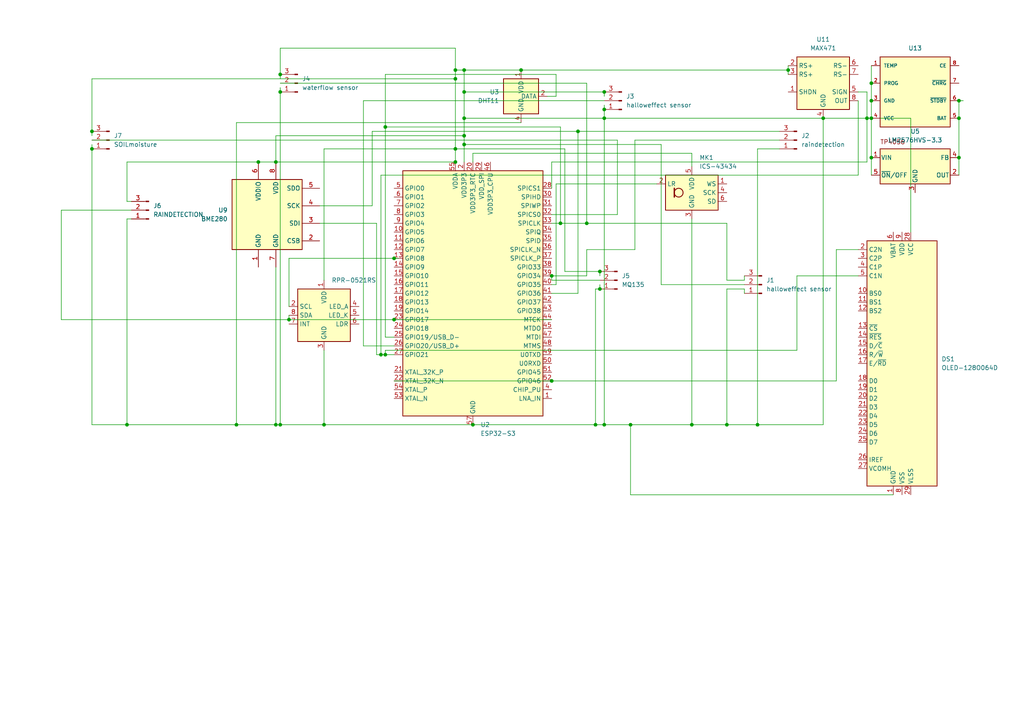
<source format=kicad_sch>
(kicad_sch
	(version 20231120)
	(generator "eeschema")
	(generator_version "8.0")
	(uuid "aa263c34-0dd3-40ce-9b7d-45f9e242905c")
	(paper "A4")
	(lib_symbols
		(symbol "Amplifier_Current:MAX471"
			(exclude_from_sim no)
			(in_bom yes)
			(on_board yes)
			(property "Reference" "U"
				(at -7.62 8.89 0)
				(effects
					(font
						(size 1.27 1.27)
					)
					(justify left)
				)
			)
			(property "Value" "MAX471"
				(at 0 8.89 0)
				(effects
					(font
						(size 1.27 1.27)
					)
					(justify left)
				)
			)
			(property "Footprint" ""
				(at 0 0 0)
				(effects
					(font
						(size 1.27 1.27)
					)
					(hide yes)
				)
			)
			(property "Datasheet" "http://pdfserv.maximintegrated.com/en/ds/MAX471-MAX472.pdf"
				(at 0 0 0)
				(effects
					(font
						(size 1.27 1.27)
					)
					(hide yes)
				)
			)
			(property "Description" "Precision, High-Side, Current-Sense Amplifiers, DIP-8/SOIC-8"
				(at 0 0 0)
				(effects
					(font
						(size 1.27 1.27)
					)
					(hide yes)
				)
			)
			(property "ki_keywords" "current sense amplifier"
				(at 0 0 0)
				(effects
					(font
						(size 1.27 1.27)
					)
					(hide yes)
				)
			)
			(property "ki_fp_filters" "SOIC*3.9x4.9mm*P1.27mm* DIP*W7.62mm*"
				(at 0 0 0)
				(effects
					(font
						(size 1.27 1.27)
					)
					(hide yes)
				)
			)
			(symbol "MAX471_0_1"
				(rectangle
					(start -7.62 7.62)
					(end 7.62 -7.62)
					(stroke
						(width 0.254)
						(type default)
					)
					(fill
						(type background)
					)
				)
			)
			(symbol "MAX471_1_1"
				(pin input line
					(at -10.16 -2.54 0)
					(length 2.54)
					(name "SHDN"
						(effects
							(font
								(size 1.27 1.27)
							)
						)
					)
					(number "1"
						(effects
							(font
								(size 1.27 1.27)
							)
						)
					)
				)
				(pin input line
					(at -10.16 5.08 0)
					(length 2.54)
					(name "RS+"
						(effects
							(font
								(size 1.27 1.27)
							)
						)
					)
					(number "2"
						(effects
							(font
								(size 1.27 1.27)
							)
						)
					)
				)
				(pin input line
					(at -10.16 2.54 0)
					(length 2.54)
					(name "RS+"
						(effects
							(font
								(size 1.27 1.27)
							)
						)
					)
					(number "3"
						(effects
							(font
								(size 1.27 1.27)
							)
						)
					)
				)
				(pin power_in line
					(at 0 -10.16 90)
					(length 2.54)
					(name "GND"
						(effects
							(font
								(size 1.27 1.27)
							)
						)
					)
					(number "4"
						(effects
							(font
								(size 1.27 1.27)
							)
						)
					)
				)
				(pin open_collector line
					(at 10.16 -2.54 180)
					(length 2.54)
					(name "SIGN"
						(effects
							(font
								(size 1.27 1.27)
							)
						)
					)
					(number "5"
						(effects
							(font
								(size 1.27 1.27)
							)
						)
					)
				)
				(pin input line
					(at 10.16 5.08 180)
					(length 2.54)
					(name "RS-"
						(effects
							(font
								(size 1.27 1.27)
							)
						)
					)
					(number "6"
						(effects
							(font
								(size 1.27 1.27)
							)
						)
					)
				)
				(pin input line
					(at 10.16 2.54 180)
					(length 2.54)
					(name "RS-"
						(effects
							(font
								(size 1.27 1.27)
							)
						)
					)
					(number "7"
						(effects
							(font
								(size 1.27 1.27)
							)
						)
					)
				)
				(pin output line
					(at 10.16 -5.08 180)
					(length 2.54)
					(name "OUT"
						(effects
							(font
								(size 1.27 1.27)
							)
						)
					)
					(number "8"
						(effects
							(font
								(size 1.27 1.27)
							)
						)
					)
				)
			)
		)
		(symbol "Connector:Conn_01x03_Pin"
			(pin_names
				(offset 1.016) hide)
			(exclude_from_sim no)
			(in_bom yes)
			(on_board yes)
			(property "Reference" "J"
				(at 0 5.08 0)
				(effects
					(font
						(size 1.27 1.27)
					)
				)
			)
			(property "Value" "Conn_01x03_Pin"
				(at 0 -5.08 0)
				(effects
					(font
						(size 1.27 1.27)
					)
				)
			)
			(property "Footprint" ""
				(at 0 0 0)
				(effects
					(font
						(size 1.27 1.27)
					)
					(hide yes)
				)
			)
			(property "Datasheet" "~"
				(at 0 0 0)
				(effects
					(font
						(size 1.27 1.27)
					)
					(hide yes)
				)
			)
			(property "Description" "Generic connector, single row, 01x03, script generated"
				(at 0 0 0)
				(effects
					(font
						(size 1.27 1.27)
					)
					(hide yes)
				)
			)
			(property "ki_locked" ""
				(at 0 0 0)
				(effects
					(font
						(size 1.27 1.27)
					)
				)
			)
			(property "ki_keywords" "connector"
				(at 0 0 0)
				(effects
					(font
						(size 1.27 1.27)
					)
					(hide yes)
				)
			)
			(property "ki_fp_filters" "Connector*:*_1x??_*"
				(at 0 0 0)
				(effects
					(font
						(size 1.27 1.27)
					)
					(hide yes)
				)
			)
			(symbol "Conn_01x03_Pin_1_1"
				(polyline
					(pts
						(xy 1.27 -2.54) (xy 0.8636 -2.54)
					)
					(stroke
						(width 0.1524)
						(type default)
					)
					(fill
						(type none)
					)
				)
				(polyline
					(pts
						(xy 1.27 0) (xy 0.8636 0)
					)
					(stroke
						(width 0.1524)
						(type default)
					)
					(fill
						(type none)
					)
				)
				(polyline
					(pts
						(xy 1.27 2.54) (xy 0.8636 2.54)
					)
					(stroke
						(width 0.1524)
						(type default)
					)
					(fill
						(type none)
					)
				)
				(rectangle
					(start 0.8636 -2.413)
					(end 0 -2.667)
					(stroke
						(width 0.1524)
						(type default)
					)
					(fill
						(type outline)
					)
				)
				(rectangle
					(start 0.8636 0.127)
					(end 0 -0.127)
					(stroke
						(width 0.1524)
						(type default)
					)
					(fill
						(type outline)
					)
				)
				(rectangle
					(start 0.8636 2.667)
					(end 0 2.413)
					(stroke
						(width 0.1524)
						(type default)
					)
					(fill
						(type outline)
					)
				)
				(pin passive line
					(at 5.08 2.54 180)
					(length 3.81)
					(name "Pin_1"
						(effects
							(font
								(size 1.27 1.27)
							)
						)
					)
					(number "1"
						(effects
							(font
								(size 1.27 1.27)
							)
						)
					)
				)
				(pin passive line
					(at 5.08 0 180)
					(length 3.81)
					(name "Pin_2"
						(effects
							(font
								(size 1.27 1.27)
							)
						)
					)
					(number "2"
						(effects
							(font
								(size 1.27 1.27)
							)
						)
					)
				)
				(pin passive line
					(at 5.08 -2.54 180)
					(length 3.81)
					(name "Pin_3"
						(effects
							(font
								(size 1.27 1.27)
							)
						)
					)
					(number "3"
						(effects
							(font
								(size 1.27 1.27)
							)
						)
					)
				)
			)
		)
		(symbol "Display_Graphic:OLED-128O064D"
			(exclude_from_sim no)
			(in_bom yes)
			(on_board yes)
			(property "Reference" "DS"
				(at -10.16 38.1 0)
				(effects
					(font
						(size 1.27 1.27)
					)
				)
			)
			(property "Value" "OLED-128O064D"
				(at 12.7 38.1 0)
				(effects
					(font
						(size 1.27 1.27)
					)
				)
			)
			(property "Footprint" "Display:OLED-128O064D"
				(at 0 0 0)
				(effects
					(font
						(size 1.27 1.27)
					)
					(hide yes)
				)
			)
			(property "Datasheet" "https://www.vishay.com/docs/37902/oled128o064dbpp3n00000.pdf"
				(at 0 20.32 0)
				(effects
					(font
						(size 1.27 1.27)
					)
					(hide yes)
				)
			)
			(property "Description" "OLED display 128x64"
				(at 0 0 0)
				(effects
					(font
						(size 1.27 1.27)
					)
					(hide yes)
				)
			)
			(property "ki_keywords" "display oled"
				(at 0 0 0)
				(effects
					(font
						(size 1.27 1.27)
					)
					(hide yes)
				)
			)
			(property "ki_fp_filters" "OLED?128O064D*"
				(at 0 0 0)
				(effects
					(font
						(size 1.27 1.27)
					)
					(hide yes)
				)
			)
			(symbol "OLED-128O064D_0_1"
				(rectangle
					(start -10.16 35.56)
					(end 10.16 -35.56)
					(stroke
						(width 0.254)
						(type default)
					)
					(fill
						(type background)
					)
				)
			)
			(symbol "OLED-128O064D_1_1"
				(pin power_in line
					(at -2.54 -38.1 90)
					(length 2.54)
					(name "GND"
						(effects
							(font
								(size 1.27 1.27)
							)
						)
					)
					(number "1"
						(effects
							(font
								(size 1.27 1.27)
							)
						)
					)
				)
				(pin input line
					(at -12.7 20.32 0)
					(length 2.54)
					(name "BS0"
						(effects
							(font
								(size 1.27 1.27)
							)
						)
					)
					(number "10"
						(effects
							(font
								(size 1.27 1.27)
							)
						)
					)
				)
				(pin input line
					(at -12.7 17.78 0)
					(length 2.54)
					(name "BS1"
						(effects
							(font
								(size 1.27 1.27)
							)
						)
					)
					(number "11"
						(effects
							(font
								(size 1.27 1.27)
							)
						)
					)
				)
				(pin input line
					(at -12.7 15.24 0)
					(length 2.54)
					(name "BS2"
						(effects
							(font
								(size 1.27 1.27)
							)
						)
					)
					(number "12"
						(effects
							(font
								(size 1.27 1.27)
							)
						)
					)
				)
				(pin input line
					(at -12.7 10.16 0)
					(length 2.54)
					(name "~{CS}"
						(effects
							(font
								(size 1.27 1.27)
							)
						)
					)
					(number "13"
						(effects
							(font
								(size 1.27 1.27)
							)
						)
					)
				)
				(pin input line
					(at -12.7 7.62 0)
					(length 2.54)
					(name "~{RES}"
						(effects
							(font
								(size 1.27 1.27)
							)
						)
					)
					(number "14"
						(effects
							(font
								(size 1.27 1.27)
							)
						)
					)
				)
				(pin input line
					(at -12.7 5.08 0)
					(length 2.54)
					(name "D/~{C}"
						(effects
							(font
								(size 1.27 1.27)
							)
						)
					)
					(number "15"
						(effects
							(font
								(size 1.27 1.27)
							)
						)
					)
				)
				(pin input line
					(at -12.7 2.54 0)
					(length 2.54)
					(name "R/~{W}"
						(effects
							(font
								(size 1.27 1.27)
							)
						)
					)
					(number "16"
						(effects
							(font
								(size 1.27 1.27)
							)
						)
					)
				)
				(pin input line
					(at -12.7 0 0)
					(length 2.54)
					(name "E/~{RD}"
						(effects
							(font
								(size 1.27 1.27)
							)
						)
					)
					(number "17"
						(effects
							(font
								(size 1.27 1.27)
							)
						)
					)
				)
				(pin bidirectional line
					(at -12.7 -5.08 0)
					(length 2.54)
					(name "D0"
						(effects
							(font
								(size 1.27 1.27)
							)
						)
					)
					(number "18"
						(effects
							(font
								(size 1.27 1.27)
							)
						)
					)
				)
				(pin bidirectional line
					(at -12.7 -7.62 0)
					(length 2.54)
					(name "D1"
						(effects
							(font
								(size 1.27 1.27)
							)
						)
					)
					(number "19"
						(effects
							(font
								(size 1.27 1.27)
							)
						)
					)
				)
				(pin passive line
					(at -12.7 33.02 0)
					(length 2.54)
					(name "C2N"
						(effects
							(font
								(size 1.27 1.27)
							)
						)
					)
					(number "2"
						(effects
							(font
								(size 1.27 1.27)
							)
						)
					)
				)
				(pin bidirectional line
					(at -12.7 -10.16 0)
					(length 2.54)
					(name "D2"
						(effects
							(font
								(size 1.27 1.27)
							)
						)
					)
					(number "20"
						(effects
							(font
								(size 1.27 1.27)
							)
						)
					)
				)
				(pin bidirectional line
					(at -12.7 -12.7 0)
					(length 2.54)
					(name "D3"
						(effects
							(font
								(size 1.27 1.27)
							)
						)
					)
					(number "21"
						(effects
							(font
								(size 1.27 1.27)
							)
						)
					)
				)
				(pin bidirectional line
					(at -12.7 -15.24 0)
					(length 2.54)
					(name "D4"
						(effects
							(font
								(size 1.27 1.27)
							)
						)
					)
					(number "22"
						(effects
							(font
								(size 1.27 1.27)
							)
						)
					)
				)
				(pin bidirectional line
					(at -12.7 -17.78 0)
					(length 2.54)
					(name "D5"
						(effects
							(font
								(size 1.27 1.27)
							)
						)
					)
					(number "23"
						(effects
							(font
								(size 1.27 1.27)
							)
						)
					)
				)
				(pin bidirectional line
					(at -12.7 -20.32 0)
					(length 2.54)
					(name "D6"
						(effects
							(font
								(size 1.27 1.27)
							)
						)
					)
					(number "24"
						(effects
							(font
								(size 1.27 1.27)
							)
						)
					)
				)
				(pin bidirectional line
					(at -12.7 -22.86 0)
					(length 2.54)
					(name "D7"
						(effects
							(font
								(size 1.27 1.27)
							)
						)
					)
					(number "25"
						(effects
							(font
								(size 1.27 1.27)
							)
						)
					)
				)
				(pin passive line
					(at -12.7 -27.94 0)
					(length 2.54)
					(name "IREF"
						(effects
							(font
								(size 1.27 1.27)
							)
						)
					)
					(number "26"
						(effects
							(font
								(size 1.27 1.27)
							)
						)
					)
				)
				(pin passive line
					(at -12.7 -30.48 0)
					(length 2.54)
					(name "VCOMH"
						(effects
							(font
								(size 1.27 1.27)
							)
						)
					)
					(number "27"
						(effects
							(font
								(size 1.27 1.27)
							)
						)
					)
				)
				(pin power_in line
					(at 2.54 38.1 270)
					(length 2.54)
					(name "VCC"
						(effects
							(font
								(size 1.27 1.27)
							)
						)
					)
					(number "28"
						(effects
							(font
								(size 1.27 1.27)
							)
						)
					)
				)
				(pin power_in line
					(at 2.54 -38.1 90)
					(length 2.54)
					(name "VLSS"
						(effects
							(font
								(size 1.27 1.27)
							)
						)
					)
					(number "29"
						(effects
							(font
								(size 1.27 1.27)
							)
						)
					)
				)
				(pin passive line
					(at -12.7 30.48 0)
					(length 2.54)
					(name "C2P"
						(effects
							(font
								(size 1.27 1.27)
							)
						)
					)
					(number "3"
						(effects
							(font
								(size 1.27 1.27)
							)
						)
					)
				)
				(pin passive line
					(at -2.54 -38.1 90)
					(length 2.54) hide
					(name "GND"
						(effects
							(font
								(size 1.27 1.27)
							)
						)
					)
					(number "30"
						(effects
							(font
								(size 1.27 1.27)
							)
						)
					)
				)
				(pin passive line
					(at -12.7 27.94 0)
					(length 2.54)
					(name "C1P"
						(effects
							(font
								(size 1.27 1.27)
							)
						)
					)
					(number "4"
						(effects
							(font
								(size 1.27 1.27)
							)
						)
					)
				)
				(pin passive line
					(at -12.7 25.4 0)
					(length 2.54)
					(name "C1N"
						(effects
							(font
								(size 1.27 1.27)
							)
						)
					)
					(number "5"
						(effects
							(font
								(size 1.27 1.27)
							)
						)
					)
				)
				(pin power_in line
					(at -2.54 38.1 270)
					(length 2.54)
					(name "VBAT"
						(effects
							(font
								(size 1.27 1.27)
							)
						)
					)
					(number "6"
						(effects
							(font
								(size 1.27 1.27)
							)
						)
					)
				)
				(pin no_connect line
					(at 10.16 0 180)
					(length 2.54) hide
					(name "NC"
						(effects
							(font
								(size 1.27 1.27)
							)
						)
					)
					(number "7"
						(effects
							(font
								(size 1.27 1.27)
							)
						)
					)
				)
				(pin power_in line
					(at 0 -38.1 90)
					(length 2.54)
					(name "VSS"
						(effects
							(font
								(size 1.27 1.27)
							)
						)
					)
					(number "8"
						(effects
							(font
								(size 1.27 1.27)
							)
						)
					)
				)
				(pin power_in line
					(at 0 38.1 270)
					(length 2.54)
					(name "VDD"
						(effects
							(font
								(size 1.27 1.27)
							)
						)
					)
					(number "9"
						(effects
							(font
								(size 1.27 1.27)
							)
						)
					)
				)
			)
		)
		(symbol "MCU_Espressif:ESP32-S3"
			(exclude_from_sim no)
			(in_bom yes)
			(on_board yes)
			(property "Reference" "U"
				(at 10.16 -38.1 0)
				(effects
					(font
						(size 1.27 1.27)
					)
				)
			)
			(property "Value" "ESP32-S3"
				(at 13.97 -40.64 0)
				(effects
					(font
						(size 1.27 1.27)
					)
				)
			)
			(property "Footprint" "Package_DFN_QFN:QFN-56-1EP_7x7mm_P0.4mm_EP4x4mm"
				(at 0 -48.26 0)
				(effects
					(font
						(size 1.27 1.27)
					)
					(hide yes)
				)
			)
			(property "Datasheet" "https://www.espressif.com/sites/default/files/documentation/esp32-s3_datasheet_en.pdf"
				(at 0 0 0)
				(effects
					(font
						(size 1.27 1.27)
					)
					(hide yes)
				)
			)
			(property "Description" "Microcontroller, Wi-Fi 802.11b/g/n, Bluetooth, 32bit"
				(at 0 0 0)
				(effects
					(font
						(size 1.27 1.27)
					)
					(hide yes)
				)
			)
			(property "ki_keywords" "Microcontroller Wi-Fi BT ESP ESP32 Espressif"
				(at 0 0 0)
				(effects
					(font
						(size 1.27 1.27)
					)
					(hide yes)
				)
			)
			(property "ki_fp_filters" "QFN*1EP*7x7mm*P0.4mm*"
				(at 0 0 0)
				(effects
					(font
						(size 1.27 1.27)
					)
					(hide yes)
				)
			)
			(symbol "ESP32-S3_0_1"
				(rectangle
					(start -20.32 35.56)
					(end 20.32 -35.56)
					(stroke
						(width 0.254)
						(type default)
					)
					(fill
						(type background)
					)
				)
			)
			(symbol "ESP32-S3_1_0"
				(pin bidirectional line
					(at 22.86 12.7 180)
					(length 2.54)
					(name "SPICLK_N"
						(effects
							(font
								(size 1.27 1.27)
							)
						)
					)
					(number "36"
						(effects
							(font
								(size 1.27 1.27)
							)
						)
					)
				)
				(pin bidirectional line
					(at 22.86 -10.16 180)
					(length 2.54)
					(name "MTDO"
						(effects
							(font
								(size 1.27 1.27)
							)
						)
					)
					(number "45"
						(effects
							(font
								(size 1.27 1.27)
							)
						)
					)
				)
				(pin bidirectional line
					(at 22.86 -22.86 180)
					(length 2.54)
					(name "GPIO45"
						(effects
							(font
								(size 1.27 1.27)
							)
						)
					)
					(number "51"
						(effects
							(font
								(size 1.27 1.27)
							)
						)
					)
				)
				(pin passive line
					(at -5.08 38.1 270)
					(length 2.54) hide
					(name "VDDA"
						(effects
							(font
								(size 1.27 1.27)
							)
						)
					)
					(number "56"
						(effects
							(font
								(size 1.27 1.27)
							)
						)
					)
				)
			)
			(symbol "ESP32-S3_1_1"
				(pin bidirectional line
					(at 22.86 -30.48 180)
					(length 2.54)
					(name "LNA_IN"
						(effects
							(font
								(size 1.27 1.27)
							)
						)
					)
					(number "1"
						(effects
							(font
								(size 1.27 1.27)
							)
						)
					)
				)
				(pin bidirectional line
					(at -22.86 17.78 0)
					(length 2.54)
					(name "GPIO5"
						(effects
							(font
								(size 1.27 1.27)
							)
						)
					)
					(number "10"
						(effects
							(font
								(size 1.27 1.27)
							)
						)
					)
				)
				(pin bidirectional line
					(at -22.86 15.24 0)
					(length 2.54)
					(name "GPIO6"
						(effects
							(font
								(size 1.27 1.27)
							)
						)
					)
					(number "11"
						(effects
							(font
								(size 1.27 1.27)
							)
						)
					)
				)
				(pin bidirectional line
					(at -22.86 12.7 0)
					(length 2.54)
					(name "GPIO7"
						(effects
							(font
								(size 1.27 1.27)
							)
						)
					)
					(number "12"
						(effects
							(font
								(size 1.27 1.27)
							)
						)
					)
				)
				(pin bidirectional line
					(at -22.86 10.16 0)
					(length 2.54)
					(name "GPIO8"
						(effects
							(font
								(size 1.27 1.27)
							)
						)
					)
					(number "13"
						(effects
							(font
								(size 1.27 1.27)
							)
						)
					)
				)
				(pin bidirectional line
					(at -22.86 7.62 0)
					(length 2.54)
					(name "GPIO9"
						(effects
							(font
								(size 1.27 1.27)
							)
						)
					)
					(number "14"
						(effects
							(font
								(size 1.27 1.27)
							)
						)
					)
				)
				(pin bidirectional line
					(at -22.86 5.08 0)
					(length 2.54)
					(name "GPIO10"
						(effects
							(font
								(size 1.27 1.27)
							)
						)
					)
					(number "15"
						(effects
							(font
								(size 1.27 1.27)
							)
						)
					)
				)
				(pin bidirectional line
					(at -22.86 2.54 0)
					(length 2.54)
					(name "GPIO11"
						(effects
							(font
								(size 1.27 1.27)
							)
						)
					)
					(number "16"
						(effects
							(font
								(size 1.27 1.27)
							)
						)
					)
				)
				(pin bidirectional line
					(at -22.86 0 0)
					(length 2.54)
					(name "GPIO12"
						(effects
							(font
								(size 1.27 1.27)
							)
						)
					)
					(number "17"
						(effects
							(font
								(size 1.27 1.27)
							)
						)
					)
				)
				(pin bidirectional line
					(at -22.86 -2.54 0)
					(length 2.54)
					(name "GPIO13"
						(effects
							(font
								(size 1.27 1.27)
							)
						)
					)
					(number "18"
						(effects
							(font
								(size 1.27 1.27)
							)
						)
					)
				)
				(pin bidirectional line
					(at -22.86 -5.08 0)
					(length 2.54)
					(name "GPIO14"
						(effects
							(font
								(size 1.27 1.27)
							)
						)
					)
					(number "19"
						(effects
							(font
								(size 1.27 1.27)
							)
						)
					)
				)
				(pin power_in line
					(at -2.54 38.1 270)
					(length 2.54)
					(name "VDD3P3"
						(effects
							(font
								(size 1.27 1.27)
							)
						)
					)
					(number "2"
						(effects
							(font
								(size 1.27 1.27)
							)
						)
					)
				)
				(pin power_in line
					(at 0 38.1 270)
					(length 2.54)
					(name "VDD3P3_RTC"
						(effects
							(font
								(size 1.27 1.27)
							)
						)
					)
					(number "20"
						(effects
							(font
								(size 1.27 1.27)
							)
						)
					)
				)
				(pin passive line
					(at -22.86 -22.86 0)
					(length 2.54)
					(name "XTAL_32K_P"
						(effects
							(font
								(size 1.27 1.27)
							)
						)
					)
					(number "21"
						(effects
							(font
								(size 1.27 1.27)
							)
						)
					)
				)
				(pin passive line
					(at -22.86 -25.4 0)
					(length 2.54)
					(name "XTAL_32K_N"
						(effects
							(font
								(size 1.27 1.27)
							)
						)
					)
					(number "22"
						(effects
							(font
								(size 1.27 1.27)
							)
						)
					)
				)
				(pin bidirectional line
					(at -22.86 -7.62 0)
					(length 2.54)
					(name "GPIO17"
						(effects
							(font
								(size 1.27 1.27)
							)
						)
					)
					(number "23"
						(effects
							(font
								(size 1.27 1.27)
							)
						)
					)
				)
				(pin bidirectional line
					(at -22.86 -10.16 0)
					(length 2.54)
					(name "GPIO18"
						(effects
							(font
								(size 1.27 1.27)
							)
						)
					)
					(number "24"
						(effects
							(font
								(size 1.27 1.27)
							)
						)
					)
				)
				(pin bidirectional line
					(at -22.86 -12.7 0)
					(length 2.54)
					(name "GPIO19/USB_D-"
						(effects
							(font
								(size 1.27 1.27)
							)
						)
					)
					(number "25"
						(effects
							(font
								(size 1.27 1.27)
							)
						)
					)
				)
				(pin bidirectional line
					(at -22.86 -15.24 0)
					(length 2.54)
					(name "GPIO20/USB_D+"
						(effects
							(font
								(size 1.27 1.27)
							)
						)
					)
					(number "26"
						(effects
							(font
								(size 1.27 1.27)
							)
						)
					)
				)
				(pin bidirectional line
					(at -22.86 -17.78 0)
					(length 2.54)
					(name "GPIO21"
						(effects
							(font
								(size 1.27 1.27)
							)
						)
					)
					(number "27"
						(effects
							(font
								(size 1.27 1.27)
							)
						)
					)
				)
				(pin bidirectional line
					(at 22.86 30.48 180)
					(length 2.54)
					(name "SPICS1"
						(effects
							(font
								(size 1.27 1.27)
							)
						)
					)
					(number "28"
						(effects
							(font
								(size 1.27 1.27)
							)
						)
					)
				)
				(pin power_in line
					(at 2.54 38.1 270)
					(length 2.54)
					(name "VDD_SPI"
						(effects
							(font
								(size 1.27 1.27)
							)
						)
					)
					(number "29"
						(effects
							(font
								(size 1.27 1.27)
							)
						)
					)
				)
				(pin passive line
					(at -2.54 38.1 270)
					(length 2.54) hide
					(name "VDD3P3"
						(effects
							(font
								(size 1.27 1.27)
							)
						)
					)
					(number "3"
						(effects
							(font
								(size 1.27 1.27)
							)
						)
					)
				)
				(pin bidirectional line
					(at 22.86 27.94 180)
					(length 2.54)
					(name "SPIHD"
						(effects
							(font
								(size 1.27 1.27)
							)
						)
					)
					(number "30"
						(effects
							(font
								(size 1.27 1.27)
							)
						)
					)
				)
				(pin bidirectional line
					(at 22.86 25.4 180)
					(length 2.54)
					(name "SPIWP"
						(effects
							(font
								(size 1.27 1.27)
							)
						)
					)
					(number "31"
						(effects
							(font
								(size 1.27 1.27)
							)
						)
					)
				)
				(pin bidirectional line
					(at 22.86 22.86 180)
					(length 2.54)
					(name "SPICS0"
						(effects
							(font
								(size 1.27 1.27)
							)
						)
					)
					(number "32"
						(effects
							(font
								(size 1.27 1.27)
							)
						)
					)
				)
				(pin bidirectional line
					(at 22.86 20.32 180)
					(length 2.54)
					(name "SPICLK"
						(effects
							(font
								(size 1.27 1.27)
							)
						)
					)
					(number "33"
						(effects
							(font
								(size 1.27 1.27)
							)
						)
					)
				)
				(pin bidirectional line
					(at 22.86 17.78 180)
					(length 2.54)
					(name "SPIQ"
						(effects
							(font
								(size 1.27 1.27)
							)
						)
					)
					(number "34"
						(effects
							(font
								(size 1.27 1.27)
							)
						)
					)
				)
				(pin bidirectional line
					(at 22.86 15.24 180)
					(length 2.54)
					(name "SPID"
						(effects
							(font
								(size 1.27 1.27)
							)
						)
					)
					(number "35"
						(effects
							(font
								(size 1.27 1.27)
							)
						)
					)
				)
				(pin bidirectional line
					(at 22.86 10.16 180)
					(length 2.54)
					(name "SPICLK_P"
						(effects
							(font
								(size 1.27 1.27)
							)
						)
					)
					(number "37"
						(effects
							(font
								(size 1.27 1.27)
							)
						)
					)
				)
				(pin bidirectional line
					(at 22.86 7.62 180)
					(length 2.54)
					(name "GPIO33"
						(effects
							(font
								(size 1.27 1.27)
							)
						)
					)
					(number "38"
						(effects
							(font
								(size 1.27 1.27)
							)
						)
					)
				)
				(pin bidirectional line
					(at 22.86 5.08 180)
					(length 2.54)
					(name "GPIO34"
						(effects
							(font
								(size 1.27 1.27)
							)
						)
					)
					(number "39"
						(effects
							(font
								(size 1.27 1.27)
							)
						)
					)
				)
				(pin input line
					(at 22.86 -27.94 180)
					(length 2.54)
					(name "CHIP_PU"
						(effects
							(font
								(size 1.27 1.27)
							)
						)
					)
					(number "4"
						(effects
							(font
								(size 1.27 1.27)
							)
						)
					)
				)
				(pin bidirectional line
					(at 22.86 2.54 180)
					(length 2.54)
					(name "GPIO35"
						(effects
							(font
								(size 1.27 1.27)
							)
						)
					)
					(number "40"
						(effects
							(font
								(size 1.27 1.27)
							)
						)
					)
				)
				(pin bidirectional line
					(at 22.86 0 180)
					(length 2.54)
					(name "GPIO36"
						(effects
							(font
								(size 1.27 1.27)
							)
						)
					)
					(number "41"
						(effects
							(font
								(size 1.27 1.27)
							)
						)
					)
				)
				(pin bidirectional line
					(at 22.86 -2.54 180)
					(length 2.54)
					(name "GPIO37"
						(effects
							(font
								(size 1.27 1.27)
							)
						)
					)
					(number "42"
						(effects
							(font
								(size 1.27 1.27)
							)
						)
					)
				)
				(pin bidirectional line
					(at 22.86 -5.08 180)
					(length 2.54)
					(name "GPIO38"
						(effects
							(font
								(size 1.27 1.27)
							)
						)
					)
					(number "43"
						(effects
							(font
								(size 1.27 1.27)
							)
						)
					)
				)
				(pin bidirectional line
					(at 22.86 -7.62 180)
					(length 2.54)
					(name "MTCK"
						(effects
							(font
								(size 1.27 1.27)
							)
						)
					)
					(number "44"
						(effects
							(font
								(size 1.27 1.27)
							)
						)
					)
				)
				(pin power_in line
					(at 5.08 38.1 270)
					(length 2.54)
					(name "VDD3P3_CPU"
						(effects
							(font
								(size 1.27 1.27)
							)
						)
					)
					(number "46"
						(effects
							(font
								(size 1.27 1.27)
							)
						)
					)
				)
				(pin bidirectional line
					(at 22.86 -12.7 180)
					(length 2.54)
					(name "MTDI"
						(effects
							(font
								(size 1.27 1.27)
							)
						)
					)
					(number "47"
						(effects
							(font
								(size 1.27 1.27)
							)
						)
					)
				)
				(pin bidirectional line
					(at 22.86 -15.24 180)
					(length 2.54)
					(name "MTMS"
						(effects
							(font
								(size 1.27 1.27)
							)
						)
					)
					(number "48"
						(effects
							(font
								(size 1.27 1.27)
							)
						)
					)
				)
				(pin bidirectional line
					(at 22.86 -17.78 180)
					(length 2.54)
					(name "U0TXD"
						(effects
							(font
								(size 1.27 1.27)
							)
						)
					)
					(number "49"
						(effects
							(font
								(size 1.27 1.27)
							)
						)
					)
				)
				(pin bidirectional line
					(at -22.86 30.48 0)
					(length 2.54)
					(name "GPIO0"
						(effects
							(font
								(size 1.27 1.27)
							)
						)
					)
					(number "5"
						(effects
							(font
								(size 1.27 1.27)
							)
						)
					)
				)
				(pin bidirectional line
					(at 22.86 -20.32 180)
					(length 2.54)
					(name "U0RXD"
						(effects
							(font
								(size 1.27 1.27)
							)
						)
					)
					(number "50"
						(effects
							(font
								(size 1.27 1.27)
							)
						)
					)
				)
				(pin bidirectional line
					(at 22.86 -25.4 180)
					(length 2.54)
					(name "GPIO46"
						(effects
							(font
								(size 1.27 1.27)
							)
						)
					)
					(number "52"
						(effects
							(font
								(size 1.27 1.27)
							)
						)
					)
				)
				(pin output line
					(at -22.86 -30.48 0)
					(length 2.54)
					(name "XTAL_N"
						(effects
							(font
								(size 1.27 1.27)
							)
						)
					)
					(number "53"
						(effects
							(font
								(size 1.27 1.27)
							)
						)
					)
				)
				(pin input line
					(at -22.86 -27.94 0)
					(length 2.54)
					(name "XTAL_P"
						(effects
							(font
								(size 1.27 1.27)
							)
						)
					)
					(number "54"
						(effects
							(font
								(size 1.27 1.27)
							)
						)
					)
				)
				(pin power_in line
					(at -5.08 38.1 270)
					(length 2.54)
					(name "VDDA"
						(effects
							(font
								(size 1.27 1.27)
							)
						)
					)
					(number "55"
						(effects
							(font
								(size 1.27 1.27)
							)
						)
					)
				)
				(pin power_in line
					(at 0 -38.1 90)
					(length 2.54)
					(name "GND"
						(effects
							(font
								(size 1.27 1.27)
							)
						)
					)
					(number "57"
						(effects
							(font
								(size 1.27 1.27)
							)
						)
					)
				)
				(pin bidirectional line
					(at -22.86 27.94 0)
					(length 2.54)
					(name "GPIO1"
						(effects
							(font
								(size 1.27 1.27)
							)
						)
					)
					(number "6"
						(effects
							(font
								(size 1.27 1.27)
							)
						)
					)
				)
				(pin bidirectional line
					(at -22.86 25.4 0)
					(length 2.54)
					(name "GPIO2"
						(effects
							(font
								(size 1.27 1.27)
							)
						)
					)
					(number "7"
						(effects
							(font
								(size 1.27 1.27)
							)
						)
					)
				)
				(pin bidirectional line
					(at -22.86 22.86 0)
					(length 2.54)
					(name "GPIO3"
						(effects
							(font
								(size 1.27 1.27)
							)
						)
					)
					(number "8"
						(effects
							(font
								(size 1.27 1.27)
							)
						)
					)
				)
				(pin bidirectional line
					(at -22.86 20.32 0)
					(length 2.54)
					(name "GPIO4"
						(effects
							(font
								(size 1.27 1.27)
							)
						)
					)
					(number "9"
						(effects
							(font
								(size 1.27 1.27)
							)
						)
					)
				)
			)
		)
		(symbol "Regulator_Switching:LM2576HVS-3.3"
			(pin_names
				(offset 0.254)
			)
			(exclude_from_sim no)
			(in_bom yes)
			(on_board yes)
			(property "Reference" "U"
				(at -10.16 6.35 0)
				(effects
					(font
						(size 1.27 1.27)
					)
					(justify left)
				)
			)
			(property "Value" "LM2576HVS-3.3"
				(at 0 6.35 0)
				(effects
					(font
						(size 1.27 1.27)
					)
					(justify left)
				)
			)
			(property "Footprint" "Package_TO_SOT_SMD:TO-263-5_TabPin3"
				(at 0 -6.35 0)
				(effects
					(font
						(size 1.27 1.27)
						(italic yes)
					)
					(justify left)
					(hide yes)
				)
			)
			(property "Datasheet" "http://www.ti.com/lit/ds/symlink/lm2576.pdf"
				(at 0 0 0)
				(effects
					(font
						(size 1.27 1.27)
					)
					(hide yes)
				)
			)
			(property "Description" "3.3V, 3A, SIMPLE SWITCHER® Step-Down Voltage Regulator, High Voltage Input, TO-263"
				(at 0 0 0)
				(effects
					(font
						(size 1.27 1.27)
					)
					(hide yes)
				)
			)
			(property "ki_keywords" "Step-Down Voltage Regulator 3.3V 3A High Voltage"
				(at 0 0 0)
				(effects
					(font
						(size 1.27 1.27)
					)
					(hide yes)
				)
			)
			(property "ki_fp_filters" "TO?263*"
				(at 0 0 0)
				(effects
					(font
						(size 1.27 1.27)
					)
					(hide yes)
				)
			)
			(symbol "LM2576HVS-3.3_0_1"
				(rectangle
					(start -10.16 5.08)
					(end 10.16 -5.08)
					(stroke
						(width 0.254)
						(type default)
					)
					(fill
						(type background)
					)
				)
			)
			(symbol "LM2576HVS-3.3_1_1"
				(pin power_in line
					(at -12.7 2.54 0)
					(length 2.54)
					(name "VIN"
						(effects
							(font
								(size 1.27 1.27)
							)
						)
					)
					(number "1"
						(effects
							(font
								(size 1.27 1.27)
							)
						)
					)
				)
				(pin output line
					(at 12.7 -2.54 180)
					(length 2.54)
					(name "OUT"
						(effects
							(font
								(size 1.27 1.27)
							)
						)
					)
					(number "2"
						(effects
							(font
								(size 1.27 1.27)
							)
						)
					)
				)
				(pin power_in line
					(at 0 -7.62 90)
					(length 2.54)
					(name "GND"
						(effects
							(font
								(size 1.27 1.27)
							)
						)
					)
					(number "3"
						(effects
							(font
								(size 1.27 1.27)
							)
						)
					)
				)
				(pin input line
					(at 12.7 2.54 180)
					(length 2.54)
					(name "FB"
						(effects
							(font
								(size 1.27 1.27)
							)
						)
					)
					(number "4"
						(effects
							(font
								(size 1.27 1.27)
							)
						)
					)
				)
				(pin input line
					(at -12.7 -2.54 0)
					(length 2.54)
					(name "~{ON}/OFF"
						(effects
							(font
								(size 1.27 1.27)
							)
						)
					)
					(number "5"
						(effects
							(font
								(size 1.27 1.27)
							)
						)
					)
				)
			)
		)
		(symbol "Sensor:BME280"
			(exclude_from_sim no)
			(in_bom yes)
			(on_board yes)
			(property "Reference" "U"
				(at -8.89 11.43 0)
				(effects
					(font
						(size 1.27 1.27)
					)
				)
			)
			(property "Value" "BME280"
				(at 7.62 11.43 0)
				(effects
					(font
						(size 1.27 1.27)
					)
				)
			)
			(property "Footprint" "Package_LGA:Bosch_LGA-8_2.5x2.5mm_P0.65mm_ClockwisePinNumbering"
				(at 38.1 -11.43 0)
				(effects
					(font
						(size 1.27 1.27)
					)
					(hide yes)
				)
			)
			(property "Datasheet" "https://www.bosch-sensortec.com/media/boschsensortec/downloads/datasheets/bst-bme280-ds002.pdf"
				(at 0 -5.08 0)
				(effects
					(font
						(size 1.27 1.27)
					)
					(hide yes)
				)
			)
			(property "Description" "3-in-1 sensor, humidity, pressure, temperature, I2C and SPI interface, 1.71-3.6V, LGA-8"
				(at 0 0 0)
				(effects
					(font
						(size 1.27 1.27)
					)
					(hide yes)
				)
			)
			(property "ki_keywords" "Bosch pressure humidity temperature environment environmental measurement digital"
				(at 0 0 0)
				(effects
					(font
						(size 1.27 1.27)
					)
					(hide yes)
				)
			)
			(property "ki_fp_filters" "*LGA*2.5x2.5mm*P0.65mm*Clockwise*"
				(at 0 0 0)
				(effects
					(font
						(size 1.27 1.27)
					)
					(hide yes)
				)
			)
			(symbol "BME280_0_1"
				(rectangle
					(start -10.16 10.16)
					(end 10.16 -10.16)
					(stroke
						(width 0.254)
						(type default)
					)
					(fill
						(type background)
					)
				)
			)
			(symbol "BME280_1_1"
				(pin power_in line
					(at -2.54 -15.24 90)
					(length 5.08)
					(name "GND"
						(effects
							(font
								(size 1.27 1.27)
							)
						)
					)
					(number "1"
						(effects
							(font
								(size 1.27 1.27)
							)
						)
					)
				)
				(pin input line
					(at 15.24 -7.62 180)
					(length 5.08)
					(name "CSB"
						(effects
							(font
								(size 1.27 1.27)
							)
						)
					)
					(number "2"
						(effects
							(font
								(size 1.27 1.27)
							)
						)
					)
				)
				(pin bidirectional line
					(at 15.24 -2.54 180)
					(length 5.08)
					(name "SDI"
						(effects
							(font
								(size 1.27 1.27)
							)
						)
					)
					(number "3"
						(effects
							(font
								(size 1.27 1.27)
							)
						)
					)
				)
				(pin input line
					(at 15.24 2.54 180)
					(length 5.08)
					(name "SCK"
						(effects
							(font
								(size 1.27 1.27)
							)
						)
					)
					(number "4"
						(effects
							(font
								(size 1.27 1.27)
							)
						)
					)
				)
				(pin bidirectional line
					(at 15.24 7.62 180)
					(length 5.08)
					(name "SDO"
						(effects
							(font
								(size 1.27 1.27)
							)
						)
					)
					(number "5"
						(effects
							(font
								(size 1.27 1.27)
							)
						)
					)
				)
				(pin power_in line
					(at -2.54 15.24 270)
					(length 5.08)
					(name "VDDIO"
						(effects
							(font
								(size 1.27 1.27)
							)
						)
					)
					(number "6"
						(effects
							(font
								(size 1.27 1.27)
							)
						)
					)
				)
				(pin power_in line
					(at 2.54 -15.24 90)
					(length 5.08)
					(name "GND"
						(effects
							(font
								(size 1.27 1.27)
							)
						)
					)
					(number "7"
						(effects
							(font
								(size 1.27 1.27)
							)
						)
					)
				)
				(pin power_in line
					(at 2.54 15.24 270)
					(length 5.08)
					(name "VDD"
						(effects
							(font
								(size 1.27 1.27)
							)
						)
					)
					(number "8"
						(effects
							(font
								(size 1.27 1.27)
							)
						)
					)
				)
			)
		)
		(symbol "Sensor:DHT11"
			(exclude_from_sim no)
			(in_bom yes)
			(on_board yes)
			(property "Reference" "U"
				(at -3.81 6.35 0)
				(effects
					(font
						(size 1.27 1.27)
					)
				)
			)
			(property "Value" "DHT11"
				(at 3.81 6.35 0)
				(effects
					(font
						(size 1.27 1.27)
					)
				)
			)
			(property "Footprint" "Sensor:Aosong_DHT11_5.5x12.0_P2.54mm"
				(at 0 -10.16 0)
				(effects
					(font
						(size 1.27 1.27)
					)
					(hide yes)
				)
			)
			(property "Datasheet" "http://akizukidenshi.com/download/ds/aosong/DHT11.pdf"
				(at 3.81 6.35 0)
				(effects
					(font
						(size 1.27 1.27)
					)
					(hide yes)
				)
			)
			(property "Description" "3.3V to 5.5V, temperature and humidity module, DHT11"
				(at 0 0 0)
				(effects
					(font
						(size 1.27 1.27)
					)
					(hide yes)
				)
			)
			(property "ki_keywords" "digital sensor"
				(at 0 0 0)
				(effects
					(font
						(size 1.27 1.27)
					)
					(hide yes)
				)
			)
			(property "ki_fp_filters" "Aosong*DHT11*5.5x12.0*P2.54mm*"
				(at 0 0 0)
				(effects
					(font
						(size 1.27 1.27)
					)
					(hide yes)
				)
			)
			(symbol "DHT11_0_1"
				(rectangle
					(start -5.08 5.08)
					(end 5.08 -5.08)
					(stroke
						(width 0.254)
						(type default)
					)
					(fill
						(type background)
					)
				)
			)
			(symbol "DHT11_1_1"
				(pin power_in line
					(at 0 7.62 270)
					(length 2.54)
					(name "VDD"
						(effects
							(font
								(size 1.27 1.27)
							)
						)
					)
					(number "1"
						(effects
							(font
								(size 1.27 1.27)
							)
						)
					)
				)
				(pin bidirectional line
					(at 7.62 0 180)
					(length 2.54)
					(name "DATA"
						(effects
							(font
								(size 1.27 1.27)
							)
						)
					)
					(number "2"
						(effects
							(font
								(size 1.27 1.27)
							)
						)
					)
				)
				(pin no_connect line
					(at -5.08 0 0)
					(length 2.54) hide
					(name "NC"
						(effects
							(font
								(size 1.27 1.27)
							)
						)
					)
					(number "3"
						(effects
							(font
								(size 1.27 1.27)
							)
						)
					)
				)
				(pin power_in line
					(at 0 -7.62 90)
					(length 2.54)
					(name "GND"
						(effects
							(font
								(size 1.27 1.27)
							)
						)
					)
					(number "4"
						(effects
							(font
								(size 1.27 1.27)
							)
						)
					)
				)
			)
		)
		(symbol "Sensor:RPR-0521RS"
			(exclude_from_sim no)
			(in_bom yes)
			(on_board yes)
			(property "Reference" "U"
				(at -5.08 8.89 0)
				(effects
					(font
						(size 1.27 1.27)
					)
				)
			)
			(property "Value" "RPR-0521RS"
				(at 6.35 8.89 0)
				(effects
					(font
						(size 1.27 1.27)
					)
				)
			)
			(property "Footprint" "Sensor:Rohm_RPR-0521RS"
				(at 0 5.969 0)
				(effects
					(font
						(size 1.27 1.27)
					)
					(hide yes)
				)
			)
			(property "Datasheet" "https://fscdn.rohm.com/en/products/databook/datasheet/opto/optical_sensor/opto_module/rpr-0521rs-e.pdf"
				(at 0.127 -6.223 0)
				(effects
					(font
						(size 1.27 1.27)
					)
					(hide yes)
				)
			)
			(property "Description" "Digital Proximity and Ambient Light Sensor"
				(at 0 0 0)
				(effects
					(font
						(size 1.27 1.27)
					)
					(hide yes)
				)
			)
			(property "ki_keywords" "sensor light"
				(at 0 0 0)
				(effects
					(font
						(size 1.27 1.27)
					)
					(hide yes)
				)
			)
			(property "ki_fp_filters" "Rohm?RPR?0521*"
				(at 0 0 0)
				(effects
					(font
						(size 1.27 1.27)
					)
					(hide yes)
				)
			)
			(symbol "RPR-0521RS_0_1"
				(rectangle
					(start -7.62 7.62)
					(end 7.62 -7.62)
					(stroke
						(width 0.254)
						(type default)
					)
					(fill
						(type background)
					)
				)
			)
			(symbol "RPR-0521RS_1_1"
				(pin power_in line
					(at 0 10.16 270)
					(length 2.54)
					(name "VDD"
						(effects
							(font
								(size 1.27 1.27)
							)
						)
					)
					(number "1"
						(effects
							(font
								(size 1.27 1.27)
							)
						)
					)
				)
				(pin input line
					(at -10.16 2.54 0)
					(length 2.54)
					(name "SCL"
						(effects
							(font
								(size 1.27 1.27)
							)
						)
					)
					(number "2"
						(effects
							(font
								(size 1.27 1.27)
							)
						)
					)
				)
				(pin power_in line
					(at 0 -10.16 90)
					(length 2.54)
					(name "GND"
						(effects
							(font
								(size 1.27 1.27)
							)
						)
					)
					(number "3"
						(effects
							(font
								(size 1.27 1.27)
							)
						)
					)
				)
				(pin passive line
					(at 10.16 2.54 180)
					(length 2.54)
					(name "LED_A"
						(effects
							(font
								(size 1.27 1.27)
							)
						)
					)
					(number "4"
						(effects
							(font
								(size 1.27 1.27)
							)
						)
					)
				)
				(pin passive line
					(at 10.16 0 180)
					(length 2.54)
					(name "LED_K"
						(effects
							(font
								(size 1.27 1.27)
							)
						)
					)
					(number "5"
						(effects
							(font
								(size 1.27 1.27)
							)
						)
					)
				)
				(pin passive line
					(at 10.16 -2.54 180)
					(length 2.54)
					(name "LDR"
						(effects
							(font
								(size 1.27 1.27)
							)
						)
					)
					(number "6"
						(effects
							(font
								(size 1.27 1.27)
							)
						)
					)
				)
				(pin open_collector line
					(at -10.16 -2.54 0)
					(length 2.54)
					(name "INT"
						(effects
							(font
								(size 1.27 1.27)
							)
						)
					)
					(number "7"
						(effects
							(font
								(size 1.27 1.27)
							)
						)
					)
				)
				(pin bidirectional line
					(at -10.16 0 0)
					(length 2.54)
					(name "SDA"
						(effects
							(font
								(size 1.27 1.27)
							)
						)
					)
					(number "8"
						(effects
							(font
								(size 1.27 1.27)
							)
						)
					)
				)
			)
		)
		(symbol "Sensor_Audio:ICS-43434"
			(exclude_from_sim no)
			(in_bom yes)
			(on_board yes)
			(property "Reference" "MK"
				(at -7.62 6.35 0)
				(effects
					(font
						(size 1.27 1.27)
					)
					(justify left)
				)
			)
			(property "Value" "ICS-43434"
				(at 1.27 6.35 0)
				(effects
					(font
						(size 1.27 1.27)
					)
					(justify left)
				)
			)
			(property "Footprint" "Sensor_Audio:InvenSense_ICS-43434-6_3.5x2.65mm"
				(at 0 0 0)
				(effects
					(font
						(size 1.27 1.27)
					)
					(hide yes)
				)
			)
			(property "Datasheet" "https://www.invensense.com/wp-content/uploads/2016/02/DS-000069-ICS-43434-v1.2.pdf"
				(at 0 0 0)
				(effects
					(font
						(size 1.27 1.27)
					)
					(hide yes)
				)
			)
			(property "Description" "TDK InvenSense MEMS Microphone, 24-bit I2S, 65 dBA SNR, LGA-6"
				(at 0 0 0)
				(effects
					(font
						(size 1.27 1.27)
					)
					(hide yes)
				)
			)
			(property "ki_keywords" "microphone MEMS 24bit I2S ICS-43434 TDK InvenSense"
				(at 0 0 0)
				(effects
					(font
						(size 1.27 1.27)
					)
					(hide yes)
				)
			)
			(property "ki_fp_filters" "InvenSense*ICS*43434*"
				(at 0 0 0)
				(effects
					(font
						(size 1.27 1.27)
					)
					(hide yes)
				)
			)
			(symbol "ICS-43434_1_1"
				(rectangle
					(start -7.62 5.08)
					(end 7.62 -5.08)
					(stroke
						(width 0.254)
						(type default)
					)
					(fill
						(type background)
					)
				)
				(circle
					(center -3.81 0)
					(radius 1.27)
					(stroke
						(width 0.254)
						(type default)
					)
					(fill
						(type none)
					)
				)
				(polyline
					(pts
						(xy -5.08 1.27) (xy -5.08 -1.27)
					)
					(stroke
						(width 0.381)
						(type default)
					)
					(fill
						(type none)
					)
				)
				(pin input line
					(at 10.16 2.54 180)
					(length 2.54)
					(name "WS"
						(effects
							(font
								(size 1.27 1.27)
							)
						)
					)
					(number "1"
						(effects
							(font
								(size 1.27 1.27)
							)
						)
					)
				)
				(pin input line
					(at -10.16 2.54 0)
					(length 2.54)
					(name "LR"
						(effects
							(font
								(size 1.27 1.27)
							)
						)
					)
					(number "2"
						(effects
							(font
								(size 1.27 1.27)
							)
						)
					)
				)
				(pin power_in line
					(at 0 -7.62 90)
					(length 2.54)
					(name "GND"
						(effects
							(font
								(size 1.27 1.27)
							)
						)
					)
					(number "3"
						(effects
							(font
								(size 1.27 1.27)
							)
						)
					)
				)
				(pin input line
					(at 10.16 0 180)
					(length 2.54)
					(name "SCK"
						(effects
							(font
								(size 1.27 1.27)
							)
						)
					)
					(number "4"
						(effects
							(font
								(size 1.27 1.27)
							)
						)
					)
				)
				(pin power_in line
					(at 0 7.62 270)
					(length 2.54)
					(name "VDD"
						(effects
							(font
								(size 1.27 1.27)
							)
						)
					)
					(number "5"
						(effects
							(font
								(size 1.27 1.27)
							)
						)
					)
				)
				(pin output line
					(at 10.16 -2.54 180)
					(length 2.54)
					(name "SD"
						(effects
							(font
								(size 1.27 1.27)
							)
						)
					)
					(number "6"
						(effects
							(font
								(size 1.27 1.27)
							)
						)
					)
				)
			)
		)
		(symbol "TP4056:TP4056"
			(pin_names
				(offset 1.016)
			)
			(exclude_from_sim no)
			(in_bom yes)
			(on_board yes)
			(property "Reference" "U"
				(at -7.62 -12.7 0)
				(effects
					(font
						(size 1.27 1.27)
					)
					(justify left bottom)
				)
			)
			(property "Value" "TP4056"
				(at 0 0 0)
				(effects
					(font
						(size 1.27 1.27)
					)
					(justify left bottom)
					(hide yes)
				)
			)
			(property "Footprint" "SOT23-8"
				(at 0 0 0)
				(effects
					(font
						(size 1.27 1.27)
					)
					(justify left bottom)
					(hide yes)
				)
			)
			(property "Datasheet" ""
				(at 0 0 0)
				(effects
					(font
						(size 1.27 1.27)
					)
					(justify left bottom)
					(hide yes)
				)
			)
			(property "Description" "others"
				(at 0 0 0)
				(effects
					(font
						(size 1.27 1.27)
					)
					(justify left bottom)
					(hide yes)
				)
			)
			(property "Description" "\\n                        \\n                            \\n                        \\n"
				(at 0 0 0)
				(effects
					(font
						(size 1.27 1.27)
					)
					(justify left bottom)
					(hide yes)
				)
			)
			(property "Package" "None"
				(at 0 0 0)
				(effects
					(font
						(size 1.27 1.27)
					)
					(justify left bottom)
					(hide yes)
				)
			)
			(property "Price" "None"
				(at 0 0 0)
				(effects
					(font
						(size 1.27 1.27)
					)
					(justify left bottom)
					(hide yes)
				)
			)
			(property "SnapEDA_Link" "https://www.snapeda.com/parts/TP4056/Others/view-part/?ref=snap"
				(at 0 0 0)
				(effects
					(font
						(size 1.27 1.27)
					)
					(justify left bottom)
					(hide yes)
				)
			)
			(property "MP" "TP4056"
				(at 0 0 0)
				(effects
					(font
						(size 1.27 1.27)
					)
					(justify left bottom)
					(hide yes)
				)
			)
			(property "Availability" "In Stock"
				(at 0 0 0)
				(effects
					(font
						(size 1.27 1.27)
					)
					(justify left bottom)
					(hide yes)
				)
			)
			(property "Check_prices" "https://www.snapeda.com/parts/TP4056/Others/view-part/?ref=eda"
				(at 0 0 0)
				(effects
					(font
						(size 1.27 1.27)
					)
					(justify left bottom)
					(hide yes)
				)
			)
			(property "ki_locked" ""
				(at 0 0 0)
				(effects
					(font
						(size 1.27 1.27)
					)
				)
			)
			(symbol "TP4056_0_0"
				(rectangle
					(start -7.62 -10.16)
					(end 12.7 10.16)
					(stroke
						(width 0.254)
						(type solid)
					)
					(fill
						(type background)
					)
				)
				(text "TP4056"
					(at -7.62 -15.24 0)
					(effects
						(font
							(size 1.27 1.27)
						)
						(justify left bottom)
					)
				)
				(pin bidirectional line
					(at -10.16 7.62 0)
					(length 2.54)
					(name "TEMP"
						(effects
							(font
								(size 1.016 1.016)
							)
						)
					)
					(number "1"
						(effects
							(font
								(size 1.016 1.016)
							)
						)
					)
				)
				(pin bidirectional line
					(at -10.16 2.54 0)
					(length 2.54)
					(name "PROG"
						(effects
							(font
								(size 1.016 1.016)
							)
						)
					)
					(number "2"
						(effects
							(font
								(size 1.016 1.016)
							)
						)
					)
				)
				(pin bidirectional line
					(at -10.16 -2.54 0)
					(length 2.54)
					(name "GND"
						(effects
							(font
								(size 1.016 1.016)
							)
						)
					)
					(number "3"
						(effects
							(font
								(size 1.016 1.016)
							)
						)
					)
				)
				(pin bidirectional line
					(at -10.16 -7.62 0)
					(length 2.54)
					(name "VCC"
						(effects
							(font
								(size 1.016 1.016)
							)
						)
					)
					(number "4"
						(effects
							(font
								(size 1.016 1.016)
							)
						)
					)
				)
				(pin bidirectional line
					(at 15.24 -7.62 180)
					(length 2.54)
					(name "BAT"
						(effects
							(font
								(size 1.016 1.016)
							)
						)
					)
					(number "5"
						(effects
							(font
								(size 1.016 1.016)
							)
						)
					)
				)
				(pin bidirectional line
					(at 15.24 -2.54 180)
					(length 2.54)
					(name "~{STDBY}"
						(effects
							(font
								(size 1.016 1.016)
							)
						)
					)
					(number "6"
						(effects
							(font
								(size 1.016 1.016)
							)
						)
					)
				)
				(pin bidirectional line
					(at 15.24 2.54 180)
					(length 2.54)
					(name "~{CHRG}"
						(effects
							(font
								(size 1.016 1.016)
							)
						)
					)
					(number "7"
						(effects
							(font
								(size 1.016 1.016)
							)
						)
					)
				)
				(pin bidirectional line
					(at 15.24 7.62 180)
					(length 2.54)
					(name "CE"
						(effects
							(font
								(size 1.016 1.016)
							)
						)
					)
					(number "8"
						(effects
							(font
								(size 1.016 1.016)
							)
						)
					)
				)
			)
		)
	)
	(junction
		(at 114.3 74.93)
		(diameter 0)
		(color 0 0 0 0)
		(uuid "0d1ae0ce-f8dc-49d6-9513-3673baa45743")
	)
	(junction
		(at 175.26 26.67)
		(diameter 0)
		(color 0 0 0 0)
		(uuid "0ef26bd3-4ba5-43c0-a9f9-87a0e2b0b884")
	)
	(junction
		(at 278.13 34.29)
		(diameter 0)
		(color 0 0 0 0)
		(uuid "158d285a-1666-4d94-b209-7d81e8e111bd")
	)
	(junction
		(at 83.82 92.71)
		(diameter 0)
		(color 0 0 0 0)
		(uuid "175782f8-82a9-4c56-a74f-f94a7b20dc43")
	)
	(junction
		(at 36.83 123.19)
		(diameter 0)
		(color 0 0 0 0)
		(uuid "1d716745-ba36-4692-b618-d5c8ab0a7ef7")
	)
	(junction
		(at 132.08 43.18)
		(diameter 0)
		(color 0 0 0 0)
		(uuid "1d8ed8eb-cebf-4417-88f1-fd3d52d0a2df")
	)
	(junction
		(at 132.08 46.99)
		(diameter 0)
		(color 0 0 0 0)
		(uuid "2e1730f2-8744-4bce-95a7-c3c7011c768c")
	)
	(junction
		(at 200.66 123.19)
		(diameter 0)
		(color 0 0 0 0)
		(uuid "37261361-9b1b-4c99-88c1-d4e43e91798c")
	)
	(junction
		(at 251.46 34.29)
		(diameter 0)
		(color 0 0 0 0)
		(uuid "459936ba-2357-48c8-a4c4-5e378d72305a")
	)
	(junction
		(at 81.28 21.59)
		(diameter 0)
		(color 0 0 0 0)
		(uuid "4831a9d3-0ccf-49da-88fc-fe51d01b3a9a")
	)
	(junction
		(at 81.28 123.19)
		(diameter 0)
		(color 0 0 0 0)
		(uuid "4cb7952c-bd09-491e-9fbc-8419d25df913")
	)
	(junction
		(at 228.6 20.32)
		(diameter 0)
		(color 0 0 0 0)
		(uuid "5494f231-05bb-4645-831b-1852c69517e2")
	)
	(junction
		(at 175.26 123.19)
		(diameter 0)
		(color 0 0 0 0)
		(uuid "565c3832-0290-4f29-8b2e-8dce76404eb7")
	)
	(junction
		(at 26.67 43.18)
		(diameter 0)
		(color 0 0 0 0)
		(uuid "569d4473-2c37-43e3-9be4-341f8dbef6f8")
	)
	(junction
		(at 160.02 110.49)
		(diameter 0)
		(color 0 0 0 0)
		(uuid "56de9698-6b4f-46f4-8690-bcdf152096d0")
	)
	(junction
		(at 252.73 45.72)
		(diameter 0)
		(color 0 0 0 0)
		(uuid "57819a5a-6350-4e34-ae56-f2d695dea289")
	)
	(junction
		(at 114.3 92.71)
		(diameter 0)
		(color 0 0 0 0)
		(uuid "5cdfc9a4-4aab-4d61-bfd6-b6c4636cba2b")
	)
	(junction
		(at 134.62 26.67)
		(diameter 0)
		(color 0 0 0 0)
		(uuid "60093e29-37c5-4dc5-8e6a-470cf41bf4a0")
	)
	(junction
		(at 252.73 29.21)
		(diameter 0)
		(color 0 0 0 0)
		(uuid "62635066-90d4-4a5b-b413-7c67c3ffc60e")
	)
	(junction
		(at 210.82 123.19)
		(diameter 0)
		(color 0 0 0 0)
		(uuid "6b356d09-8078-4802-bd7e-3ce05b57ebc6")
	)
	(junction
		(at 151.13 20.32)
		(diameter 0)
		(color 0 0 0 0)
		(uuid "6b387e11-baf1-4630-acae-89646d05ec35")
	)
	(junction
		(at 182.88 123.19)
		(diameter 0)
		(color 0 0 0 0)
		(uuid "70e0a740-052a-4e58-8877-661635d53c36")
	)
	(junction
		(at 278.13 45.72)
		(diameter 0)
		(color 0 0 0 0)
		(uuid "77d0d2e4-30b2-4545-a564-60a14f5ca5b1")
	)
	(junction
		(at 134.62 20.32)
		(diameter 0)
		(color 0 0 0 0)
		(uuid "785b5c3e-9fc7-4669-894e-bfa2fd7d1ea4")
	)
	(junction
		(at 219.71 123.19)
		(diameter 0)
		(color 0 0 0 0)
		(uuid "79a10d71-d008-4bea-acaa-8eec8f282822")
	)
	(junction
		(at 167.64 38.1)
		(diameter 0)
		(color 0 0 0 0)
		(uuid "7d66789a-6084-452c-b8f0-62f1996346b0")
	)
	(junction
		(at 160.02 80.01)
		(diameter 0)
		(color 0 0 0 0)
		(uuid "82688442-79f7-4b4d-91e3-19fb0097176c")
	)
	(junction
		(at 172.72 123.19)
		(diameter 0)
		(color 0 0 0 0)
		(uuid "83f73113-4628-48b0-a1bf-0db33be0b418")
	)
	(junction
		(at 137.16 123.19)
		(diameter 0)
		(color 0 0 0 0)
		(uuid "85f44c35-26df-4cc1-a3ef-bcb9909b2e35")
	)
	(junction
		(at 110.49 102.87)
		(diameter 0)
		(color 0 0 0 0)
		(uuid "9a46b9ef-deb5-4d1a-a21e-8519d82559b0")
	)
	(junction
		(at 111.76 36.83)
		(diameter 0)
		(color 0 0 0 0)
		(uuid "9cf5b80f-1e02-4f33-99f1-3ee536878283")
	)
	(junction
		(at 162.56 64.77)
		(diameter 0)
		(color 0 0 0 0)
		(uuid "a5c60595-71d4-4061-90cf-263e76ca781f")
	)
	(junction
		(at 134.62 39.37)
		(diameter 0)
		(color 0 0 0 0)
		(uuid "b6e92220-0723-4a66-944f-092cb53215b2")
	)
	(junction
		(at 80.01 46.99)
		(diameter 0)
		(color 0 0 0 0)
		(uuid "b7d11bde-44bf-4171-b316-ce1e8c296146")
	)
	(junction
		(at 68.58 123.19)
		(diameter 0)
		(color 0 0 0 0)
		(uuid "b802493b-c49b-45ae-b2f4-6e6ed1335a82")
	)
	(junction
		(at 173.99 83.82)
		(diameter 0)
		(color 0 0 0 0)
		(uuid "b8f905ec-321b-4d3f-8342-b631e6639d2e")
	)
	(junction
		(at 252.73 34.29)
		(diameter 0)
		(color 0 0 0 0)
		(uuid "ba2ea93e-2eb6-4679-b072-03af8df218cb")
	)
	(junction
		(at 132.08 22.86)
		(diameter 0)
		(color 0 0 0 0)
		(uuid "bb6fcc40-a94e-40e6-9c6d-c41aa334a7fa")
	)
	(junction
		(at 175.26 34.29)
		(diameter 0)
		(color 0 0 0 0)
		(uuid "be21e0ae-76c8-47f8-957a-f9a2abcff72c")
	)
	(junction
		(at 93.98 123.19)
		(diameter 0)
		(color 0 0 0 0)
		(uuid "c114ad72-1c77-498e-899d-75c3979f1e4d")
	)
	(junction
		(at 134.62 34.29)
		(diameter 0)
		(color 0 0 0 0)
		(uuid "c53c6f08-cb4d-497c-af39-9a4eecacaeae")
	)
	(junction
		(at 238.76 34.29)
		(diameter 0)
		(color 0 0 0 0)
		(uuid "cd74b3e8-e88f-4be9-aa8f-3d8a05ef42d0")
	)
	(junction
		(at 175.26 31.75)
		(diameter 0)
		(color 0 0 0 0)
		(uuid "d3230f9f-567c-48cd-b8d2-36352f620296")
	)
	(junction
		(at 132.08 20.32)
		(diameter 0)
		(color 0 0 0 0)
		(uuid "d5da7e58-7180-4f79-a4e2-3b1292c54c26")
	)
	(junction
		(at 74.93 46.99)
		(diameter 0)
		(color 0 0 0 0)
		(uuid "d9ef2841-0512-4120-b2b3-ccfbc27ad042")
	)
	(junction
		(at 134.62 41.91)
		(diameter 0)
		(color 0 0 0 0)
		(uuid "dd6e3bd6-c4d7-4b16-9695-a4e02b979426")
	)
	(junction
		(at 26.67 38.1)
		(diameter 0)
		(color 0 0 0 0)
		(uuid "dfadc5fd-d95b-40b8-9270-1861cf057159")
	)
	(junction
		(at 111.76 102.87)
		(diameter 0)
		(color 0 0 0 0)
		(uuid "e18d53dd-3d45-4b3c-9095-79ac2f597455")
	)
	(junction
		(at 173.99 78.74)
		(diameter 0)
		(color 0 0 0 0)
		(uuid "e37d05d4-7f9c-4232-8539-f7ce569b2fb5")
	)
	(junction
		(at 252.73 24.13)
		(diameter 0)
		(color 0 0 0 0)
		(uuid "e811fa59-7317-4e66-9017-77ff5409ab64")
	)
	(junction
		(at 278.13 29.21)
		(diameter 0)
		(color 0 0 0 0)
		(uuid "e83f3884-ac82-4415-b5da-7353b5b0e02f")
	)
	(junction
		(at 80.01 123.19)
		(diameter 0)
		(color 0 0 0 0)
		(uuid "e8705f3e-0412-4a70-9107-6b9c339497ac")
	)
	(junction
		(at 170.18 64.77)
		(diameter 0)
		(color 0 0 0 0)
		(uuid "f5895f47-318c-4d44-a5d4-378e6e2e5cfd")
	)
	(junction
		(at 81.28 26.67)
		(diameter 0)
		(color 0 0 0 0)
		(uuid "fb29e8ef-c83c-47a3-b99b-b67e947cde23")
	)
	(wire
		(pts
			(xy 200.66 44.45) (xy 200.66 48.26)
		)
		(stroke
			(width 0)
			(type default)
		)
		(uuid "003106a0-b73c-453d-a26f-05ff0181ac19")
	)
	(wire
		(pts
			(xy 173.99 80.01) (xy 173.99 78.74)
		)
		(stroke
			(width 0)
			(type default)
		)
		(uuid "01ff7dd4-ef11-47b3-b58a-07c889c8b3f5")
	)
	(wire
		(pts
			(xy 26.67 123.19) (xy 36.83 123.19)
		)
		(stroke
			(width 0)
			(type default)
		)
		(uuid "0315e766-0769-4d85-9ec7-e92612b6bce5")
	)
	(wire
		(pts
			(xy 26.67 39.37) (xy 26.67 38.1)
		)
		(stroke
			(width 0)
			(type default)
		)
		(uuid "03bee638-05c3-4a84-87c0-870664103d39")
	)
	(wire
		(pts
			(xy 81.28 24.13) (xy 170.18 24.13)
		)
		(stroke
			(width 0)
			(type default)
		)
		(uuid "06243cdc-269d-45dc-befa-cb3518abbf15")
	)
	(wire
		(pts
			(xy 83.82 74.93) (xy 114.3 74.93)
		)
		(stroke
			(width 0)
			(type default)
		)
		(uuid "07094efa-8b36-4477-978a-c883ebbf98f1")
	)
	(wire
		(pts
			(xy 132.08 20.32) (xy 134.62 20.32)
		)
		(stroke
			(width 0)
			(type default)
		)
		(uuid "0888e3a5-c12a-4519-9e32-d6275fe5f73d")
	)
	(wire
		(pts
			(xy 248.92 72.39) (xy 242.57 72.39)
		)
		(stroke
			(width 0)
			(type default)
		)
		(uuid "0966d9f0-3bc6-494a-9a8a-41b2b8fbbc71")
	)
	(wire
		(pts
			(xy 114.3 74.93) (xy 115.57 74.93)
		)
		(stroke
			(width 0)
			(type default)
		)
		(uuid "0ad41b0f-aeac-4f7b-8857-43af38cf8abf")
	)
	(wire
		(pts
			(xy 173.99 81.28) (xy 160.02 81.28)
		)
		(stroke
			(width 0)
			(type default)
		)
		(uuid "0b4a81f5-bf03-4f6a-9236-0c2052d66c66")
	)
	(wire
		(pts
			(xy 248.92 29.21) (xy 248.92 50.8)
		)
		(stroke
			(width 0)
			(type default)
		)
		(uuid "10fd5eb7-cf77-47eb-bfd5-396f03972c9b")
	)
	(wire
		(pts
			(xy 163.83 43.18) (xy 163.83 78.74)
		)
		(stroke
			(width 0)
			(type default)
		)
		(uuid "130e2505-28d1-43b5-902c-d1c00b88fcec")
	)
	(wire
		(pts
			(xy 26.67 43.18) (xy 26.67 123.19)
		)
		(stroke
			(width 0)
			(type default)
		)
		(uuid "14b449bf-2413-4c95-b925-fd1a9f3b71a3")
	)
	(wire
		(pts
			(xy 175.26 29.21) (xy 105.41 29.21)
		)
		(stroke
			(width 0)
			(type default)
		)
		(uuid "155c76d8-e778-438e-a166-6673eafdb704")
	)
	(wire
		(pts
			(xy 226.06 40.64) (xy 184.15 40.64)
		)
		(stroke
			(width 0)
			(type default)
		)
		(uuid "156c9791-0489-403a-b4ef-af60238fcfef")
	)
	(wire
		(pts
			(xy 83.82 92.71) (xy 114.3 92.71)
		)
		(stroke
			(width 0)
			(type default)
		)
		(uuid "16ce37a1-b978-42c4-9fb7-d2bbf855e112")
	)
	(wire
		(pts
			(xy 252.73 29.21) (xy 252.73 34.29)
		)
		(stroke
			(width 0)
			(type default)
		)
		(uuid "170e1ed2-ff16-4094-9d0b-ec19fe527f8a")
	)
	(wire
		(pts
			(xy 210.82 81.28) (xy 215.9 81.28)
		)
		(stroke
			(width 0)
			(type default)
		)
		(uuid "177f30cb-a5d5-4ca9-999f-622d65916c4e")
	)
	(wire
		(pts
			(xy 81.28 26.67) (xy 81.28 123.19)
		)
		(stroke
			(width 0)
			(type default)
		)
		(uuid "1d1ef9d3-fdb9-4c8a-9746-21bacd78aba7")
	)
	(wire
		(pts
			(xy 252.73 34.29) (xy 251.46 34.29)
		)
		(stroke
			(width 0)
			(type default)
		)
		(uuid "1e1f1827-ad02-4391-b454-e561110ef3d9")
	)
	(wire
		(pts
			(xy 160.02 64.77) (xy 162.56 64.77)
		)
		(stroke
			(width 0)
			(type default)
		)
		(uuid "2019746a-3dde-49fc-a488-df0d0ad95122")
	)
	(wire
		(pts
			(xy 17.78 60.96) (xy 38.1 60.96)
		)
		(stroke
			(width 0)
			(type default)
		)
		(uuid "24eb3166-025d-4559-9c92-59d77b3737c1")
	)
	(wire
		(pts
			(xy 252.73 24.13) (xy 252.73 29.21)
		)
		(stroke
			(width 0)
			(type default)
		)
		(uuid "269417e5-826e-420d-b5aa-d0c834aaed98")
	)
	(wire
		(pts
			(xy 114.3 92.71) (xy 160.02 92.71)
		)
		(stroke
			(width 0)
			(type default)
		)
		(uuid "26e7dffd-0a9f-4b4f-a547-2acab299eac6")
	)
	(wire
		(pts
			(xy 81.28 123.19) (xy 93.98 123.19)
		)
		(stroke
			(width 0)
			(type default)
		)
		(uuid "274da0d6-7ab9-4c17-a2d9-91d7bb30b74e")
	)
	(wire
		(pts
			(xy 242.57 72.39) (xy 242.57 110.49)
		)
		(stroke
			(width 0)
			(type default)
		)
		(uuid "2ab4461e-5ba3-4bb2-88b9-32584758dfcd")
	)
	(wire
		(pts
			(xy 160.02 46.99) (xy 251.46 46.99)
		)
		(stroke
			(width 0)
			(type default)
		)
		(uuid "2b5b69af-73bd-4256-bd8a-2fa4a9683b38")
	)
	(wire
		(pts
			(xy 238.76 123.19) (xy 219.71 123.19)
		)
		(stroke
			(width 0)
			(type default)
		)
		(uuid "2d9991a9-bb84-446e-8216-4833a318ac49")
	)
	(wire
		(pts
			(xy 182.88 123.19) (xy 182.88 143.51)
		)
		(stroke
			(width 0)
			(type default)
		)
		(uuid "336288a9-32e9-4a61-9f48-18b02a40be09")
	)
	(wire
		(pts
			(xy 175.26 34.29) (xy 175.26 123.19)
		)
		(stroke
			(width 0)
			(type default)
		)
		(uuid "349b378b-40eb-4cd5-93c6-8089f045215d")
	)
	(wire
		(pts
			(xy 105.41 100.33) (xy 114.3 100.33)
		)
		(stroke
			(width 0)
			(type default)
		)
		(uuid "35491fd6-1814-40c3-8cff-75cfc21d486b")
	)
	(wire
		(pts
			(xy 161.29 82.55) (xy 160.02 82.55)
		)
		(stroke
			(width 0)
			(type default)
		)
		(uuid "372bee8a-a5bb-463b-9a0b-1a8f1138f21d")
	)
	(wire
		(pts
			(xy 111.76 36.83) (xy 111.76 97.79)
		)
		(stroke
			(width 0)
			(type default)
		)
		(uuid "3800fef7-85db-402e-ae45-7f27fae6993b")
	)
	(wire
		(pts
			(xy 151.13 20.32) (xy 228.6 20.32)
		)
		(stroke
			(width 0)
			(type default)
		)
		(uuid "39c4112c-66d6-4f86-b061-7065cd7ad259")
	)
	(wire
		(pts
			(xy 36.83 58.42) (xy 36.83 46.99)
		)
		(stroke
			(width 0)
			(type default)
		)
		(uuid "39d65321-e74d-4712-99a6-166efc313362")
	)
	(wire
		(pts
			(xy 251.46 34.29) (xy 251.46 46.99)
		)
		(stroke
			(width 0)
			(type default)
		)
		(uuid "3e3cfcc0-1b68-40b6-a404-4123cf70957d")
	)
	(wire
		(pts
			(xy 191.77 41.91) (xy 134.62 41.91)
		)
		(stroke
			(width 0)
			(type default)
		)
		(uuid "3eac7dff-3c95-426d-8444-d881c79aaf43")
	)
	(wire
		(pts
			(xy 219.71 123.19) (xy 210.82 123.19)
		)
		(stroke
			(width 0)
			(type default)
		)
		(uuid "410834af-f3d0-459c-8ebf-3dd084acf287")
	)
	(wire
		(pts
			(xy 36.83 63.5) (xy 36.83 123.19)
		)
		(stroke
			(width 0)
			(type default)
		)
		(uuid "441e9d44-c1f0-4fa7-8afe-42e5d245b826")
	)
	(wire
		(pts
			(xy 184.15 40.64) (xy 184.15 72.39)
		)
		(stroke
			(width 0)
			(type default)
		)
		(uuid "4a388c2f-1ed7-41e2-92ec-db4705d51bc9")
	)
	(wire
		(pts
			(xy 81.28 13.97) (xy 81.28 21.59)
		)
		(stroke
			(width 0)
			(type default)
		)
		(uuid "4a90f064-6762-48ed-8227-b9a45aece1c5")
	)
	(wire
		(pts
			(xy 162.56 64.77) (xy 170.18 64.77)
		)
		(stroke
			(width 0)
			(type default)
		)
		(uuid "4c09324a-b6b1-448b-9969-67327fdf5e42")
	)
	(wire
		(pts
			(xy 80.01 77.47) (xy 80.01 123.19)
		)
		(stroke
			(width 0)
			(type default)
		)
		(uuid "4df3a897-675a-4858-a66c-2bade08d944a")
	)
	(wire
		(pts
			(xy 170.18 64.77) (xy 210.82 64.77)
		)
		(stroke
			(width 0)
			(type default)
		)
		(uuid "4f4c2aa8-51c3-48d0-b63e-b2dbab59c88d")
	)
	(wire
		(pts
			(xy 68.58 123.19) (xy 80.01 123.19)
		)
		(stroke
			(width 0)
			(type default)
		)
		(uuid "527fc3c4-7907-40dd-90ce-398dc9ebeda6")
	)
	(wire
		(pts
			(xy 134.62 34.29) (xy 134.62 39.37)
		)
		(stroke
			(width 0)
			(type default)
		)
		(uuid "529cb57d-59ee-41c5-b02a-20037977d002")
	)
	(wire
		(pts
			(xy 175.26 123.19) (xy 182.88 123.19)
		)
		(stroke
			(width 0)
			(type default)
		)
		(uuid "529effce-f28a-4b19-ae3f-c31a5d769093")
	)
	(wire
		(pts
			(xy 162.56 64.77) (xy 162.56 36.83)
		)
		(stroke
			(width 0)
			(type default)
		)
		(uuid "53991193-761c-4e25-ba9a-3faefb10cabf")
	)
	(wire
		(pts
			(xy 105.41 29.21) (xy 105.41 100.33)
		)
		(stroke
			(width 0)
			(type default)
		)
		(uuid "54da25c3-01d5-49da-aa11-167284ee514d")
	)
	(wire
		(pts
			(xy 251.46 26.67) (xy 251.46 34.29)
		)
		(stroke
			(width 0)
			(type default)
		)
		(uuid "54db068a-e573-4d80-9c7e-a8cace374175")
	)
	(wire
		(pts
			(xy 175.26 31.75) (xy 175.26 34.29)
		)
		(stroke
			(width 0)
			(type default)
		)
		(uuid "56f6f360-c545-4ed9-affc-c3ee3f3a6ea6")
	)
	(wire
		(pts
			(xy 160.02 110.49) (xy 114.3 110.49)
		)
		(stroke
			(width 0)
			(type default)
		)
		(uuid "5748b55f-1da0-4eda-b6c3-5f1bec783667")
	)
	(wire
		(pts
			(xy 80.01 46.99) (xy 80.01 39.37)
		)
		(stroke
			(width 0)
			(type default)
		)
		(uuid "57688c43-b9a1-4ab8-bd6c-8d4cf70756fa")
	)
	(wire
		(pts
			(xy 81.28 25.4) (xy 81.28 26.67)
		)
		(stroke
			(width 0)
			(type default)
		)
		(uuid "59b1654a-78d3-4e07-a8fd-ebd35bb4e908")
	)
	(wire
		(pts
			(xy 111.76 101.6) (xy 111.76 102.87)
		)
		(stroke
			(width 0)
			(type default)
		)
		(uuid "5a2469fb-1b68-4c12-af35-ed9b4a47650b")
	)
	(wire
		(pts
			(xy 264.16 67.31) (xy 264.16 34.29)
		)
		(stroke
			(width 0)
			(type default)
		)
		(uuid "5d3dc859-0403-4d9c-9aa4-e70c5851d1c7")
	)
	(wire
		(pts
			(xy 132.08 20.32) (xy 132.08 22.86)
		)
		(stroke
			(width 0)
			(type default)
		)
		(uuid "5d511a0b-9769-4313-b72a-e2aee86a80cc")
	)
	(wire
		(pts
			(xy 238.76 34.29) (xy 238.76 123.19)
		)
		(stroke
			(width 0)
			(type default)
		)
		(uuid "5d6cdfd2-3dc7-4114-bed8-103f32b3f151")
	)
	(wire
		(pts
			(xy 259.08 143.51) (xy 182.88 143.51)
		)
		(stroke
			(width 0)
			(type default)
		)
		(uuid "5d98f6af-905c-4155-808a-f45e0f0b62cc")
	)
	(wire
		(pts
			(xy 163.83 78.74) (xy 173.99 78.74)
		)
		(stroke
			(width 0)
			(type default)
		)
		(uuid "5f749483-da41-4e53-8388-c82c3ce6f65b")
	)
	(wire
		(pts
			(xy 182.88 123.19) (xy 200.66 123.19)
		)
		(stroke
			(width 0)
			(type default)
		)
		(uuid "6031a053-5e27-421d-bd67-d1611cd4171e")
	)
	(wire
		(pts
			(xy 162.56 36.83) (xy 111.76 36.83)
		)
		(stroke
			(width 0)
			(type default)
		)
		(uuid "6063e368-e9e2-4067-b632-c8e2ef3fac60")
	)
	(wire
		(pts
			(xy 38.1 63.5) (xy 36.83 63.5)
		)
		(stroke
			(width 0)
			(type default)
		)
		(uuid "60b2b4e1-23a5-45a6-8b05-af2c10ca7c01")
	)
	(wire
		(pts
			(xy 175.26 26.67) (xy 134.62 26.67)
		)
		(stroke
			(width 0)
			(type default)
		)
		(uuid "61c89e4a-e658-4b0b-8f85-3c11f91ab487")
	)
	(wire
		(pts
			(xy 172.72 83.82) (xy 173.99 83.82)
		)
		(stroke
			(width 0)
			(type default)
		)
		(uuid "6760ffdd-781a-49b6-863d-68f41d529ec1")
	)
	(wire
		(pts
			(xy 134.62 39.37) (xy 134.62 41.91)
		)
		(stroke
			(width 0)
			(type default)
		)
		(uuid "681f3f9d-f5b8-4e67-ba08-77fe7193271b")
	)
	(wire
		(pts
			(xy 264.16 34.29) (xy 252.73 34.29)
		)
		(stroke
			(width 0)
			(type default)
		)
		(uuid "6e527c18-767f-487c-a354-0f344ab72f4f")
	)
	(wire
		(pts
			(xy 137.16 44.45) (xy 200.66 44.45)
		)
		(stroke
			(width 0)
			(type default)
		)
		(uuid "6ec3d985-cf43-443f-86f3-7b27ae6cb4c2")
	)
	(wire
		(pts
			(xy 109.22 102.87) (xy 110.49 102.87)
		)
		(stroke
			(width 0)
			(type default)
		)
		(uuid "7095d0fa-8b08-4c93-923e-70116ec1627c")
	)
	(wire
		(pts
			(xy 210.82 64.77) (xy 210.82 81.28)
		)
		(stroke
			(width 0)
			(type default)
		)
		(uuid "720bfc89-691e-4df7-b67c-ec3b1620d842")
	)
	(wire
		(pts
			(xy 173.99 82.55) (xy 173.99 83.82)
		)
		(stroke
			(width 0)
			(type default)
		)
		(uuid "72d9324d-abec-4a8e-9c31-f1b64dafc8c6")
	)
	(wire
		(pts
			(xy 278.13 45.72) (xy 278.13 34.29)
		)
		(stroke
			(width 0)
			(type default)
		)
		(uuid "7345902d-b4a0-4fc7-bd09-11adac6f59a2")
	)
	(wire
		(pts
			(xy 36.83 46.99) (xy 74.93 46.99)
		)
		(stroke
			(width 0)
			(type default)
		)
		(uuid "756b475d-602e-4a17-9a77-6da0c0ff569e")
	)
	(wire
		(pts
			(xy 74.93 46.99) (xy 80.01 46.99)
		)
		(stroke
			(width 0)
			(type default)
		)
		(uuid "770b3b7a-5dcb-4f72-81ad-9f2286fa47f4")
	)
	(wire
		(pts
			(xy 93.98 43.18) (xy 132.08 43.18)
		)
		(stroke
			(width 0)
			(type default)
		)
		(uuid "79908d23-0d14-4106-8ee3-eda280675974")
	)
	(wire
		(pts
			(xy 38.1 58.42) (xy 36.83 58.42)
		)
		(stroke
			(width 0)
			(type default)
		)
		(uuid "7d8dcded-baf1-441e-aa22-c4a12895260b")
	)
	(wire
		(pts
			(xy 191.77 41.91) (xy 191.77 82.55)
		)
		(stroke
			(width 0)
			(type default)
		)
		(uuid "7dd8db8b-b3aa-4d6c-a940-6d93185791cb")
	)
	(wire
		(pts
			(xy 80.01 46.99) (xy 132.08 46.99)
		)
		(stroke
			(width 0)
			(type default)
		)
		(uuid "7eb6b962-8c7f-46b8-8c17-0a452d43e7df")
	)
	(wire
		(pts
			(xy 252.73 19.05) (xy 252.73 24.13)
		)
		(stroke
			(width 0)
			(type default)
		)
		(uuid "80fd8337-9b84-4924-9a10-e95fdb23c6b5")
	)
	(wire
		(pts
			(xy 81.28 13.97) (xy 132.08 13.97)
		)
		(stroke
			(width 0)
			(type default)
		)
		(uuid "82239018-2cd0-4a51-bd67-623c3e6727bb")
	)
	(wire
		(pts
			(xy 83.82 91.44) (xy 83.82 92.71)
		)
		(stroke
			(width 0)
			(type default)
		)
		(uuid "847928ee-e66a-4479-9f5a-a46a11543fd0")
	)
	(wire
		(pts
			(xy 134.62 26.67) (xy 134.62 34.29)
		)
		(stroke
			(width 0)
			(type default)
		)
		(uuid "85e02daa-3001-49d4-8fc2-e63d302f5a59")
	)
	(wire
		(pts
			(xy 278.13 50.8) (xy 278.13 45.72)
		)
		(stroke
			(width 0)
			(type default)
		)
		(uuid "866e1559-b31e-4cc4-83d5-6611b3fb29b1")
	)
	(wire
		(pts
			(xy 134.62 41.91) (xy 134.62 46.99)
		)
		(stroke
			(width 0)
			(type default)
		)
		(uuid "86bdb5bb-c6c5-45d6-8cd2-0e5a9c199c05")
	)
	(wire
		(pts
			(xy 215.9 81.28) (xy 215.9 80.01)
		)
		(stroke
			(width 0)
			(type default)
		)
		(uuid "8810cac7-a475-4ee5-95ea-814f2e6550dc")
	)
	(wire
		(pts
			(xy 167.64 85.09) (xy 160.02 85.09)
		)
		(stroke
			(width 0)
			(type default)
		)
		(uuid "886bf682-93bb-4079-b0aa-9c1e4a341917")
	)
	(wire
		(pts
			(xy 252.73 34.29) (xy 252.73 45.72)
		)
		(stroke
			(width 0)
			(type default)
		)
		(uuid "8a1ffc74-70d2-43b5-b4c5-236aa4734587")
	)
	(wire
		(pts
			(xy 161.29 21.59) (xy 111.76 21.59)
		)
		(stroke
			(width 0)
			(type default)
		)
		(uuid "8ceccb82-c868-44a4-b9e4-51622e2833c7")
	)
	(wire
		(pts
			(xy 134.62 20.32) (xy 134.62 26.67)
		)
		(stroke
			(width 0)
			(type default)
		)
		(uuid "8e0ccf94-a3e7-4dda-8797-5c269f2196b6")
	)
	(wire
		(pts
			(xy 226.06 43.18) (xy 219.71 43.18)
		)
		(stroke
			(width 0)
			(type default)
		)
		(uuid "8eeaec79-f051-4e89-81a0-654eb8443184")
	)
	(wire
		(pts
			(xy 175.26 34.29) (xy 134.62 34.29)
		)
		(stroke
			(width 0)
			(type default)
		)
		(uuid "8f6f0389-de24-4881-a8c5-f6d8c4899fa5")
	)
	(wire
		(pts
			(xy 278.13 34.29) (xy 278.13 29.21)
		)
		(stroke
			(width 0)
			(type default)
		)
		(uuid "90876435-4250-498e-b9d6-4900ad13a4fb")
	)
	(wire
		(pts
			(xy 132.08 22.86) (xy 132.08 43.18)
		)
		(stroke
			(width 0)
			(type default)
		)
		(uuid "915ea98a-12c5-47d8-b051-e3eaa376f41b")
	)
	(wire
		(pts
			(xy 190.5 53.34) (xy 161.29 53.34)
		)
		(stroke
			(width 0)
			(type default)
		)
		(uuid "923fd5a3-c558-4fd3-bb21-4cf808c76ac2")
	)
	(wire
		(pts
			(xy 137.16 123.19) (xy 172.72 123.19)
		)
		(stroke
			(width 0)
			(type default)
		)
		(uuid "941e52a5-c343-4f29-a604-8e618d17b128")
	)
	(wire
		(pts
			(xy 110.49 102.87) (xy 111.76 102.87)
		)
		(stroke
			(width 0)
			(type default)
		)
		(uuid "96d9fa0a-85e6-45be-bb13-25b1c1f657e9")
	)
	(wire
		(pts
			(xy 278.13 29.21) (xy 279.4 29.21)
		)
		(stroke
			(width 0)
			(type default)
		)
		(uuid "9cbbadde-8b7c-4205-933e-a546d63e1971")
	)
	(wire
		(pts
			(xy 231.14 101.6) (xy 111.76 101.6)
		)
		(stroke
			(width 0)
			(type default)
		)
		(uuid "9cfd4c3d-2950-40f1-8a27-a1ce5b15fd36")
	)
	(wire
		(pts
			(xy 179.07 40.64) (xy 179.07 62.23)
		)
		(stroke
			(width 0)
			(type default)
		)
		(uuid "9f436863-a664-483b-9a5a-0c45d515f3fa")
	)
	(wire
		(pts
			(xy 179.07 62.23) (xy 160.02 62.23)
		)
		(stroke
			(width 0)
			(type default)
		)
		(uuid "9fda0506-a273-47b7-89c2-c92599239498")
	)
	(wire
		(pts
			(xy 161.29 53.34) (xy 161.29 82.55)
		)
		(stroke
			(width 0)
			(type default)
		)
		(uuid "a2c03dc7-a184-4ef1-8ce8-2a776ce21fc3")
	)
	(wire
		(pts
			(xy 26.67 41.91) (xy 26.67 43.18)
		)
		(stroke
			(width 0)
			(type default)
		)
		(uuid "a3187fd9-ebd8-4cf4-8930-d09c509221ba")
	)
	(wire
		(pts
			(xy 26.67 38.1) (xy 26.67 22.86)
		)
		(stroke
			(width 0)
			(type default)
		)
		(uuid "a39c73f2-8f74-4afd-977a-0ef83b2da82d")
	)
	(wire
		(pts
			(xy 252.73 45.72) (xy 252.73 50.8)
		)
		(stroke
			(width 0)
			(type default)
		)
		(uuid "a4674a0d-e4d2-4f62-ae77-6f48eeeb9099")
	)
	(wire
		(pts
			(xy 132.08 13.97) (xy 132.08 20.32)
		)
		(stroke
			(width 0)
			(type default)
		)
		(uuid "a56dadc3-0c0e-4846-a575-5098d21dd4c0")
	)
	(wire
		(pts
			(xy 111.76 97.79) (xy 114.3 97.79)
		)
		(stroke
			(width 0)
			(type default)
		)
		(uuid "a76f6152-d106-41e5-a8be-c1a98c0b0c5d")
	)
	(wire
		(pts
			(xy 248.92 50.8) (xy 110.49 50.8)
		)
		(stroke
			(width 0)
			(type default)
		)
		(uuid "aaa14fe3-61fb-410b-a2f3-dc590c2c9ac9")
	)
	(wire
		(pts
			(xy 111.76 21.59) (xy 111.76 36.83)
		)
		(stroke
			(width 0)
			(type default)
		)
		(uuid "ae288adf-94ce-4cfb-a40b-129b5e10c25a")
	)
	(wire
		(pts
			(xy 158.75 27.94) (xy 161.29 27.94)
		)
		(stroke
			(width 0)
			(type default)
		)
		(uuid "afd5bc87-4f7d-46f4-9deb-1b063e493b0b")
	)
	(wire
		(pts
			(xy 191.77 82.55) (xy 215.9 82.55)
		)
		(stroke
			(width 0)
			(type default)
		)
		(uuid "b1365382-dd92-46df-8505-ba127de40a8d")
	)
	(wire
		(pts
			(xy 107.95 38.1) (xy 167.64 38.1)
		)
		(stroke
			(width 0)
			(type default)
		)
		(uuid "b31195a7-28fd-4c13-bfe3-2f08f76c45ed")
	)
	(wire
		(pts
			(xy 134.62 20.32) (xy 151.13 20.32)
		)
		(stroke
			(width 0)
			(type default)
		)
		(uuid "b3a85458-20f7-4636-9c17-d68908b56f70")
	)
	(wire
		(pts
			(xy 137.16 46.99) (xy 137.16 44.45)
		)
		(stroke
			(width 0)
			(type default)
		)
		(uuid "b40982d5-4b27-4440-8d3e-f511c0d152bd")
	)
	(wire
		(pts
			(xy 167.64 38.1) (xy 167.64 85.09)
		)
		(stroke
			(width 0)
			(type default)
		)
		(uuid "b6350095-06f7-4950-a70a-2a5bce79a4ee")
	)
	(wire
		(pts
			(xy 132.08 43.18) (xy 132.08 46.99)
		)
		(stroke
			(width 0)
			(type default)
		)
		(uuid "b860ceeb-6723-46af-b89c-7e2a17158f57")
	)
	(wire
		(pts
			(xy 17.78 92.71) (xy 83.82 92.71)
		)
		(stroke
			(width 0)
			(type default)
		)
		(uuid "b8bef4cd-2c10-4138-8167-9f90443bfb72")
	)
	(wire
		(pts
			(xy 175.26 27.94) (xy 175.26 26.67)
		)
		(stroke
			(width 0)
			(type default)
		)
		(uuid "b9dc1a8a-5d62-4720-a8b0-674149dbb300")
	)
	(wire
		(pts
			(xy 210.82 83.82) (xy 210.82 123.19)
		)
		(stroke
			(width 0)
			(type default)
		)
		(uuid "bf82f442-bb72-4907-bc3c-ac855babaf6f")
	)
	(wire
		(pts
			(xy 184.15 72.39) (xy 170.18 72.39)
		)
		(stroke
			(width 0)
			(type default)
		)
		(uuid "bff5a749-4ee9-4f3b-a0ce-3ceed22401af")
	)
	(wire
		(pts
			(xy 26.67 40.64) (xy 179.07 40.64)
		)
		(stroke
			(width 0)
			(type default)
		)
		(uuid "c1479d79-dfea-4b05-b2c5-289609bbe9ab")
	)
	(wire
		(pts
			(xy 172.72 123.19) (xy 172.72 83.82)
		)
		(stroke
			(width 0)
			(type default)
		)
		(uuid "c3d14de5-5adb-4f46-a305-8f68e468074f")
	)
	(wire
		(pts
			(xy 251.46 34.29) (xy 238.76 34.29)
		)
		(stroke
			(width 0)
			(type default)
		)
		(uuid "c4a1bfd2-0630-404d-8bc5-be94d17fafc3")
	)
	(wire
		(pts
			(xy 228.6 19.05) (xy 228.6 20.32)
		)
		(stroke
			(width 0)
			(type default)
		)
		(uuid "c79aab97-08e2-42e7-a213-7827095a50f8")
	)
	(wire
		(pts
			(xy 175.26 30.48) (xy 175.26 31.75)
		)
		(stroke
			(width 0)
			(type default)
		)
		(uuid "c8de2264-632d-4309-87b7-b34b8431b7d5")
	)
	(wire
		(pts
			(xy 161.29 27.94) (xy 161.29 21.59)
		)
		(stroke
			(width 0)
			(type default)
		)
		(uuid "ca1fbd16-3dca-4426-986d-172d4ac166dd")
	)
	(wire
		(pts
			(xy 172.72 123.19) (xy 175.26 123.19)
		)
		(stroke
			(width 0)
			(type default)
		)
		(uuid "cb150c5f-863e-4ff6-b2b4-8f4f02e70f4a")
	)
	(wire
		(pts
			(xy 242.57 110.49) (xy 160.02 110.49)
		)
		(stroke
			(width 0)
			(type default)
		)
		(uuid "cf7b2484-07e1-4e71-a8d8-677497c0490f")
	)
	(wire
		(pts
			(xy 200.66 63.5) (xy 200.66 123.19)
		)
		(stroke
			(width 0)
			(type default)
		)
		(uuid "d09475ab-a21a-4020-9415-c8334295c1bb")
	)
	(wire
		(pts
			(xy 200.66 123.19) (xy 210.82 123.19)
		)
		(stroke
			(width 0)
			(type default)
		)
		(uuid "d2563aef-5e28-43e2-90b8-c9e6d73f2f74")
	)
	(wire
		(pts
			(xy 81.28 22.86) (xy 81.28 21.59)
		)
		(stroke
			(width 0)
			(type default)
		)
		(uuid "d47df2d1-8d6a-4b8d-8d1a-8158eb07381b")
	)
	(wire
		(pts
			(xy 92.71 64.77) (xy 109.22 64.77)
		)
		(stroke
			(width 0)
			(type default)
		)
		(uuid "d600d558-5073-4948-a2a4-a40d45eaebaa")
	)
	(wire
		(pts
			(xy 248.92 80.01) (xy 231.14 80.01)
		)
		(stroke
			(width 0)
			(type default)
		)
		(uuid "d696441d-28f0-4906-8152-f53a085010f9")
	)
	(wire
		(pts
			(xy 68.58 35.56) (xy 68.58 123.19)
		)
		(stroke
			(width 0)
			(type default)
		)
		(uuid "d896c682-8d3e-406d-a4b3-fa2db6903755")
	)
	(wire
		(pts
			(xy 160.02 80.01) (xy 160.02 81.28)
		)
		(stroke
			(width 0)
			(type default)
		)
		(uuid "d9d8a178-3ad3-4710-a5fd-50de4e302236")
	)
	(wire
		(pts
			(xy 107.95 59.69) (xy 107.95 38.1)
		)
		(stroke
			(width 0)
			(type default)
		)
		(uuid "dc38826f-12a3-453c-b17a-ce65bd5ca7a6")
	)
	(wire
		(pts
			(xy 231.14 80.01) (xy 231.14 101.6)
		)
		(stroke
			(width 0)
			(type default)
		)
		(uuid "dc5739c1-f875-4eaf-a6e5-60c4c3d0730f")
	)
	(wire
		(pts
			(xy 167.64 38.1) (xy 226.06 38.1)
		)
		(stroke
			(width 0)
			(type default)
		)
		(uuid "dd5c4e4e-88e8-40be-9d94-a93f0b477e56")
	)
	(wire
		(pts
			(xy 160.02 46.99) (xy 160.02 54.61)
		)
		(stroke
			(width 0)
			(type default)
		)
		(uuid "e1e14635-c60b-4839-97b7-5929e4a5385f")
	)
	(wire
		(pts
			(xy 170.18 80.01) (xy 160.02 80.01)
		)
		(stroke
			(width 0)
			(type default)
		)
		(uuid "e1ef5960-a1a4-41ab-9864-55e5b64bcecf")
	)
	(wire
		(pts
			(xy 93.98 81.28) (xy 93.98 43.18)
		)
		(stroke
			(width 0)
			(type default)
		)
		(uuid "e2e16c39-71db-4fa8-9860-4b30b3a20697")
	)
	(wire
		(pts
			(xy 163.83 43.18) (xy 132.08 43.18)
		)
		(stroke
			(width 0)
			(type default)
		)
		(uuid "e42d99d8-9459-4665-b2f0-f8cc33c15bf1")
	)
	(wire
		(pts
			(xy 111.76 102.87) (xy 114.3 102.87)
		)
		(stroke
			(width 0)
			(type default)
		)
		(uuid "e4f73447-4a1b-49ea-b639-50f26c18d258")
	)
	(wire
		(pts
			(xy 36.83 123.19) (xy 68.58 123.19)
		)
		(stroke
			(width 0)
			(type default)
		)
		(uuid "e613de33-8e8d-4c77-bb3b-c9bd6bd67be6")
	)
	(wire
		(pts
			(xy 219.71 43.18) (xy 219.71 123.19)
		)
		(stroke
			(width 0)
			(type default)
		)
		(uuid "e8a45a12-e5bb-4f91-a595-fd1cb8134b18")
	)
	(wire
		(pts
			(xy 109.22 64.77) (xy 109.22 102.87)
		)
		(stroke
			(width 0)
			(type default)
		)
		(uuid "e9f2f906-de2b-4b7c-8044-0155fa8168ca")
	)
	(wire
		(pts
			(xy 26.67 22.86) (xy 132.08 22.86)
		)
		(stroke
			(width 0)
			(type default)
		)
		(uuid "f41dcf07-8a3b-412e-bf64-81a845ad6f81")
	)
	(wire
		(pts
			(xy 248.92 26.67) (xy 251.46 26.67)
		)
		(stroke
			(width 0)
			(type default)
		)
		(uuid "f499c85c-779a-419c-92ca-185251e18bea")
	)
	(wire
		(pts
			(xy 17.78 60.96) (xy 17.78 92.71)
		)
		(stroke
			(width 0)
			(type default)
		)
		(uuid "f6d21cd1-d233-4cf1-84b6-dce61233e412")
	)
	(wire
		(pts
			(xy 93.98 101.6) (xy 93.98 123.19)
		)
		(stroke
			(width 0)
			(type default)
		)
		(uuid "f6f0bd89-b0bc-4585-ab51-d962989c45e7")
	)
	(wire
		(pts
			(xy 170.18 24.13) (xy 170.18 64.77)
		)
		(stroke
			(width 0)
			(type default)
		)
		(uuid "f73c9fec-96e0-4274-8a81-90848fb119ce")
	)
	(wire
		(pts
			(xy 215.9 83.82) (xy 215.9 85.09)
		)
		(stroke
			(width 0)
			(type default)
		)
		(uuid "f9916bc0-c021-401f-bc56-e302a28be329")
	)
	(wire
		(pts
			(xy 80.01 39.37) (xy 134.62 39.37)
		)
		(stroke
			(width 0)
			(type default)
		)
		(uuid "fa5ee083-0cd9-412e-b32a-33d07408f895")
	)
	(wire
		(pts
			(xy 151.13 35.56) (xy 68.58 35.56)
		)
		(stroke
			(width 0)
			(type default)
		)
		(uuid "fbc8f419-9fdc-4e34-bc95-9e4f340c0299")
	)
	(wire
		(pts
			(xy 228.6 20.32) (xy 228.6 21.59)
		)
		(stroke
			(width 0)
			(type default)
		)
		(uuid "fc098bff-29f8-4372-a081-6946c7e57fc4")
	)
	(wire
		(pts
			(xy 93.98 123.19) (xy 137.16 123.19)
		)
		(stroke
			(width 0)
			(type default)
		)
		(uuid "fc69cb5a-813c-4657-bd5f-3fe1b5fe1488")
	)
	(wire
		(pts
			(xy 80.01 123.19) (xy 81.28 123.19)
		)
		(stroke
			(width 0)
			(type default)
		)
		(uuid "fd4ac785-f57c-47e3-b38a-2fa0d2c95f2c")
	)
	(wire
		(pts
			(xy 110.49 50.8) (xy 110.49 102.87)
		)
		(stroke
			(width 0)
			(type default)
		)
		(uuid "fe952fc9-96c3-49ef-9e29-b9f32bfd03bc")
	)
	(wire
		(pts
			(xy 170.18 72.39) (xy 170.18 80.01)
		)
		(stroke
			(width 0)
			(type default)
		)
		(uuid "feaa9db3-fabd-4db7-93da-a28c2a39831a")
	)
	(wire
		(pts
			(xy 92.71 59.69) (xy 107.95 59.69)
		)
		(stroke
			(width 0)
			(type default)
		)
		(uuid "feb6c1b7-e811-47df-a24a-d57d9b826f8c")
	)
	(wire
		(pts
			(xy 83.82 88.9) (xy 83.82 74.93)
		)
		(stroke
			(width 0)
			(type default)
		)
		(uuid "ff8a7c9c-27e2-4ee3-b84b-a43a03289de2")
	)
	(wire
		(pts
			(xy 238.76 34.29) (xy 175.26 34.29)
		)
		(stroke
			(width 0)
			(type default)
		)
		(uuid "ff99a9fe-328c-4142-90f5-45d04751491a")
	)
	(wire
		(pts
			(xy 210.82 83.82) (xy 215.9 83.82)
		)
		(stroke
			(width 0)
			(type default)
		)
		(uuid "ffbc64fa-c8e0-47a0-83c3-40c81c1cb86e")
	)
	(symbol
		(lib_id "Amplifier_Current:MAX471")
		(at 238.76 24.13 0)
		(unit 1)
		(exclude_from_sim no)
		(in_bom yes)
		(on_board yes)
		(dnp no)
		(fields_autoplaced yes)
		(uuid "02839a92-6b45-434f-9220-38ff7f5aca56")
		(property "Reference" "U11"
			(at 238.76 11.43 0)
			(effects
				(font
					(size 1.27 1.27)
				)
			)
		)
		(property "Value" "MAX471"
			(at 238.76 13.97 0)
			(effects
				(font
					(size 1.27 1.27)
				)
			)
		)
		(property "Footprint" ""
			(at 238.76 24.13 0)
			(effects
				(font
					(size 1.27 1.27)
				)
				(hide yes)
			)
		)
		(property "Datasheet" "http://pdfserv.maximintegrated.com/en/ds/MAX471-MAX472.pdf"
			(at 238.76 24.13 0)
			(effects
				(font
					(size 1.27 1.27)
				)
				(hide yes)
			)
		)
		(property "Description" "Precision, High-Side, Current-Sense Amplifiers, DIP-8/SOIC-8"
			(at 238.76 24.13 0)
			(effects
				(font
					(size 1.27 1.27)
				)
				(hide yes)
			)
		)
		(pin "6"
			(uuid "88a5c77e-80f8-4e7a-a0e1-a612012b0558")
		)
		(pin "7"
			(uuid "24fea0f8-3195-4b69-bedb-1b676edc223a")
		)
		(pin "2"
			(uuid "017e2ac1-5aa6-4e6c-a855-7bf4fb58a179")
		)
		(pin "1"
			(uuid "afb29a5e-3c76-4b10-8403-949aefe8e642")
		)
		(pin "8"
			(uuid "c8fbf61a-8a8a-4dcb-8e0c-0a18b43c8f63")
		)
		(pin "5"
			(uuid "bcba8dbd-5cc2-4b35-96f3-74597efda4c5")
		)
		(pin "3"
			(uuid "b201a9b6-9360-43ca-a82f-c4ade2f259ca")
		)
		(pin "4"
			(uuid "a29338a5-0156-4552-b955-4172f940cb0d")
		)
		(instances
			(project "team  arise"
				(path "/aa263c34-0dd3-40ce-9b7d-45f9e242905c"
					(reference "U11")
					(unit 1)
				)
			)
		)
	)
	(symbol
		(lib_id "Sensor:RPR-0521RS")
		(at 93.98 91.44 0)
		(unit 1)
		(exclude_from_sim no)
		(in_bom yes)
		(on_board yes)
		(dnp no)
		(uuid "10247b01-8029-4997-96a1-fd1a8158d9e1")
		(property "Reference" "U1"
			(at -81.534 89.916 0)
			(effects
				(font
					(size 1.27 1.27)
				)
				(justify left)
			)
		)
		(property "Value" "RPR-0521RS"
			(at 96.1741 81.28 0)
			(effects
				(font
					(size 1.27 1.27)
				)
				(justify left)
			)
		)
		(property "Footprint" "Sensor:Rohm_RPR-0521RS"
			(at 93.98 85.471 0)
			(effects
				(font
					(size 1.27 1.27)
				)
				(hide yes)
			)
		)
		(property "Datasheet" "https://fscdn.rohm.com/en/products/databook/datasheet/opto/optical_sensor/opto_module/rpr-0521rs-e.pdf"
			(at 94.107 97.663 0)
			(effects
				(font
					(size 1.27 1.27)
				)
				(hide yes)
			)
		)
		(property "Description" "Digital Proximity and Ambient Light Sensor"
			(at 93.98 91.44 0)
			(effects
				(font
					(size 1.27 1.27)
				)
				(hide yes)
			)
		)
		(pin "1"
			(uuid "b48c4042-444e-4b10-ab48-d5fd8dc9f260")
		)
		(pin "2"
			(uuid "7fa18c31-7f03-4af9-804e-532022837ac9")
		)
		(pin "7"
			(uuid "8e092bfd-09a9-4d97-b472-3298216d3c2f")
		)
		(pin "5"
			(uuid "94bb920d-6829-403c-9da2-60733f199b8a")
		)
		(pin "4"
			(uuid "88f52e83-e273-4dcb-b555-cc82dda0fc40")
		)
		(pin "8"
			(uuid "c54ac420-8a0b-4f34-9aad-dfc53e977eea")
		)
		(pin "3"
			(uuid "46290e78-cbdb-4ef6-83f1-701ad815eb99")
		)
		(pin "6"
			(uuid "db42a628-ab24-4754-8002-305b4ac6c141")
		)
		(instances
			(project "team  arise"
				(path "/aa263c34-0dd3-40ce-9b7d-45f9e242905c"
					(reference "U1")
					(unit 1)
				)
			)
		)
	)
	(symbol
		(lib_id "TP4056:TP4056")
		(at 262.89 26.67 0)
		(unit 1)
		(exclude_from_sim no)
		(in_bom yes)
		(on_board yes)
		(dnp no)
		(fields_autoplaced yes)
		(uuid "1e9fb548-d4e4-47c8-a0bc-3315ba5fee89")
		(property "Reference" "U13"
			(at 265.43 13.97 0)
			(effects
				(font
					(size 1.27 1.27)
				)
			)
		)
		(property "Value" "TP4056"
			(at 262.89 26.67 0)
			(effects
				(font
					(size 1.27 1.27)
				)
				(justify left bottom)
				(hide yes)
			)
		)
		(property "Footprint" "SOT23-8"
			(at 262.89 26.67 0)
			(effects
				(font
					(size 1.27 1.27)
				)
				(justify left bottom)
				(hide yes)
			)
		)
		(property "Datasheet" ""
			(at 262.89 26.67 0)
			(effects
				(font
					(size 1.27 1.27)
				)
				(justify left bottom)
				(hide yes)
			)
		)
		(property "Description" "\\n                        \\n                            \\n                        \\n"
			(at 262.89 26.67 0)
			(effects
				(font
					(size 1.27 1.27)
				)
				(justify left bottom)
				(hide yes)
			)
		)
		(property "Package" "None"
			(at 262.89 26.67 0)
			(effects
				(font
					(size 1.27 1.27)
				)
				(justify left bottom)
				(hide yes)
			)
		)
		(property "Price" "None"
			(at 262.89 26.67 0)
			(effects
				(font
					(size 1.27 1.27)
				)
				(justify left bottom)
				(hide yes)
			)
		)
		(property "SnapEDA_Link" "https://www.snapeda.com/parts/TP4056/Others/view-part/?ref=snap"
			(at 262.89 26.67 0)
			(effects
				(font
					(size 1.27 1.27)
				)
				(justify left bottom)
				(hide yes)
			)
		)
		(property "MP" "TP4056"
			(at 262.89 26.67 0)
			(effects
				(font
					(size 1.27 1.27)
				)
				(justify left bottom)
				(hide yes)
			)
		)
		(property "Availability" "In Stock"
			(at 262.89 26.67 0)
			(effects
				(font
					(size 1.27 1.27)
				)
				(justify left bottom)
				(hide yes)
			)
		)
		(property "Check_prices" "https://www.snapeda.com/parts/TP4056/Others/view-part/?ref=eda"
			(at 262.89 26.67 0)
			(effects
				(font
					(size 1.27 1.27)
				)
				(justify left bottom)
				(hide yes)
			)
		)
		(pin "1"
			(uuid "f3154f22-4a76-4a9f-bd38-4791194dd161")
		)
		(pin "6"
			(uuid "d73724bf-6e78-436e-a9df-91b292696a7e")
		)
		(pin "4"
			(uuid "2291153b-ca01-4414-8b8f-00dddca14ebe")
		)
		(pin "7"
			(uuid "53b9a0c7-4e99-491d-8c90-07512dc40084")
		)
		(pin "2"
			(uuid "d1762786-31e1-46d9-8ea1-794629e79d03")
		)
		(pin "3"
			(uuid "e636ec03-2434-48fc-acb5-4ac308ade13a")
		)
		(pin "5"
			(uuid "d87b10a6-cc30-4c00-99ed-4311b66652d8")
		)
		(pin "8"
			(uuid "e75b6651-b406-4f10-9778-667932432bfa")
		)
		(instances
			(project "team  arise"
				(path "/aa263c34-0dd3-40ce-9b7d-45f9e242905c"
					(reference "U13")
					(unit 1)
				)
			)
		)
	)
	(symbol
		(lib_id "Sensor_Audio:ICS-43434")
		(at 200.66 55.88 0)
		(unit 1)
		(exclude_from_sim no)
		(in_bom yes)
		(on_board yes)
		(dnp no)
		(fields_autoplaced yes)
		(uuid "27201db8-8ca3-4b26-9162-c26b626e58a9")
		(property "Reference" "MK1"
			(at 202.8541 45.72 0)
			(effects
				(font
					(size 1.27 1.27)
				)
				(justify left)
			)
		)
		(property "Value" "ICS-43434"
			(at 202.8541 48.26 0)
			(effects
				(font
					(size 1.27 1.27)
				)
				(justify left)
			)
		)
		(property "Footprint" "Sensor_Audio:InvenSense_ICS-43434-6_3.5x2.65mm"
			(at 200.66 55.88 0)
			(effects
				(font
					(size 1.27 1.27)
				)
				(hide yes)
			)
		)
		(property "Datasheet" "https://www.invensense.com/wp-content/uploads/2016/02/DS-000069-ICS-43434-v1.2.pdf"
			(at 200.66 55.88 0)
			(effects
				(font
					(size 1.27 1.27)
				)
				(hide yes)
			)
		)
		(property "Description" "TDK InvenSense MEMS Microphone, 24-bit I2S, 65 dBA SNR, LGA-6"
			(at 200.66 55.88 0)
			(effects
				(font
					(size 1.27 1.27)
				)
				(hide yes)
			)
		)
		(pin "1"
			(uuid "c224367e-eb33-4b96-9276-f428d4ef77ff")
		)
		(pin "3"
			(uuid "3824bd97-695c-4013-a41b-e5e330e1d15b")
		)
		(pin "6"
			(uuid "5997e096-004d-4a4c-97c5-e0cd92598227")
		)
		(pin "2"
			(uuid "0c35ada5-8c0b-4637-87b5-96a6e498ca8f")
		)
		(pin "4"
			(uuid "e7384265-28bc-4575-9bcb-ab84a4d55a73")
		)
		(pin "5"
			(uuid "55bae395-0efe-4f55-8e28-834673c860c8")
		)
		(instances
			(project "team  arise"
				(path "/aa263c34-0dd3-40ce-9b7d-45f9e242905c"
					(reference "MK1")
					(unit 1)
				)
			)
		)
	)
	(symbol
		(lib_id "Connector:Conn_01x03_Pin")
		(at 179.07 81.28 180)
		(unit 1)
		(exclude_from_sim no)
		(in_bom yes)
		(on_board yes)
		(dnp no)
		(fields_autoplaced yes)
		(uuid "2b5a0096-b187-469d-920a-38d022072a06")
		(property "Reference" "J5"
			(at 180.34 80.0099 0)
			(effects
				(font
					(size 1.27 1.27)
				)
				(justify right)
			)
		)
		(property "Value" "MQ135"
			(at 180.34 82.5499 0)
			(effects
				(font
					(size 1.27 1.27)
				)
				(justify right)
			)
		)
		(property "Footprint" ""
			(at 179.07 81.28 0)
			(effects
				(font
					(size 1.27 1.27)
				)
				(hide yes)
			)
		)
		(property "Datasheet" "~"
			(at 179.07 81.28 0)
			(effects
				(font
					(size 1.27 1.27)
				)
				(hide yes)
			)
		)
		(property "Description" "Generic connector, single row, 01x03, script generated"
			(at 179.07 81.28 0)
			(effects
				(font
					(size 1.27 1.27)
				)
				(hide yes)
			)
		)
		(pin "1"
			(uuid "4e501414-1d60-4665-87c2-34fe03153f18")
		)
		(pin "2"
			(uuid "c1f4164d-abcf-4e77-b27c-b04d5f16ac00")
		)
		(pin "3"
			(uuid "9c8078e3-a9b9-43c9-8d8a-3ee05803c706")
		)
		(instances
			(project "team  arise"
				(path "/aa263c34-0dd3-40ce-9b7d-45f9e242905c"
					(reference "J5")
					(unit 1)
				)
			)
		)
	)
	(symbol
		(lib_id "Connector:Conn_01x03_Pin")
		(at 86.36 24.13 180)
		(unit 1)
		(exclude_from_sim no)
		(in_bom yes)
		(on_board yes)
		(dnp no)
		(fields_autoplaced yes)
		(uuid "315a4539-2eda-4ec4-b137-34470d22e1c1")
		(property "Reference" "J4"
			(at 87.63 22.8599 0)
			(effects
				(font
					(size 1.27 1.27)
				)
				(justify right)
			)
		)
		(property "Value" "waterflow sensor"
			(at 87.63 25.3999 0)
			(effects
				(font
					(size 1.27 1.27)
				)
				(justify right)
			)
		)
		(property "Footprint" ""
			(at 86.36 24.13 0)
			(effects
				(font
					(size 1.27 1.27)
				)
				(hide yes)
			)
		)
		(property "Datasheet" "~"
			(at 86.36 24.13 0)
			(effects
				(font
					(size 1.27 1.27)
				)
				(hide yes)
			)
		)
		(property "Description" "Generic connector, single row, 01x03, script generated"
			(at 86.36 24.13 0)
			(effects
				(font
					(size 1.27 1.27)
				)
				(hide yes)
			)
		)
		(pin "1"
			(uuid "af773007-ac8f-4d22-a8bb-4b8097031fac")
		)
		(pin "2"
			(uuid "5c47a473-780e-4704-bdec-93b6ab252fe1")
		)
		(pin "3"
			(uuid "e8bce1ad-5e61-49d2-b2f6-0dcd0d9eedd4")
		)
		(instances
			(project "team  arise"
				(path "/aa263c34-0dd3-40ce-9b7d-45f9e242905c"
					(reference "J4")
					(unit 1)
				)
			)
		)
	)
	(symbol
		(lib_id "Connector:Conn_01x03_Pin")
		(at 231.14 40.64 180)
		(unit 1)
		(exclude_from_sim no)
		(in_bom yes)
		(on_board yes)
		(dnp no)
		(fields_autoplaced yes)
		(uuid "4e296d7d-663e-44dd-b826-69e6ceb93688")
		(property "Reference" "J2"
			(at 232.41 39.3699 0)
			(effects
				(font
					(size 1.27 1.27)
				)
				(justify right)
			)
		)
		(property "Value" "raindetection "
			(at 232.41 41.9099 0)
			(effects
				(font
					(size 1.27 1.27)
				)
				(justify right)
			)
		)
		(property "Footprint" ""
			(at 231.14 40.64 0)
			(effects
				(font
					(size 1.27 1.27)
				)
				(hide yes)
			)
		)
		(property "Datasheet" "~"
			(at 231.14 40.64 0)
			(effects
				(font
					(size 1.27 1.27)
				)
				(hide yes)
			)
		)
		(property "Description" "Generic connector, single row, 01x03, script generated"
			(at 231.14 40.64 0)
			(effects
				(font
					(size 1.27 1.27)
				)
				(hide yes)
			)
		)
		(pin "1"
			(uuid "8bc6416b-2853-475f-bec1-b95f2e84935e")
		)
		(pin "2"
			(uuid "d9fd7069-c4d7-4e06-8b4a-778b47d7fbfc")
		)
		(pin "3"
			(uuid "6bd013ab-0d35-4998-979b-326e099ae656")
		)
		(instances
			(project "team  arise"
				(path "/aa263c34-0dd3-40ce-9b7d-45f9e242905c"
					(reference "J2")
					(unit 1)
				)
			)
		)
	)
	(symbol
		(lib_id "Sensor:DHT11")
		(at 151.13 27.94 0)
		(unit 1)
		(exclude_from_sim no)
		(in_bom yes)
		(on_board yes)
		(dnp no)
		(fields_autoplaced yes)
		(uuid "544b2fff-25c1-48ce-afa2-d73b1e155fce")
		(property "Reference" "U3"
			(at 144.78 26.6699 0)
			(effects
				(font
					(size 1.27 1.27)
				)
				(justify right)
			)
		)
		(property "Value" "DHT11"
			(at 144.78 29.2099 0)
			(effects
				(font
					(size 1.27 1.27)
				)
				(justify right)
			)
		)
		(property "Footprint" "Sensor:Aosong_DHT11_5.5x12.0_P2.54mm"
			(at 151.13 38.1 0)
			(effects
				(font
					(size 1.27 1.27)
				)
				(hide yes)
			)
		)
		(property "Datasheet" "http://akizukidenshi.com/download/ds/aosong/DHT11.pdf"
			(at 154.94 21.59 0)
			(effects
				(font
					(size 1.27 1.27)
				)
				(hide yes)
			)
		)
		(property "Description" "3.3V to 5.5V, temperature and humidity module, DHT11"
			(at 151.13 27.94 0)
			(effects
				(font
					(size 1.27 1.27)
				)
				(hide yes)
			)
		)
		(pin "3"
			(uuid "6360ab8f-7b51-4b72-865d-f8765b4ee323")
		)
		(pin "1"
			(uuid "92b79a6d-b5a7-4a5d-8919-5190ae886fa9")
		)
		(pin "2"
			(uuid "2597695f-0206-4cb3-8e43-63b20b26eeaa")
		)
		(pin "4"
			(uuid "5073a665-7992-426e-afe1-6e824fad23f3")
		)
		(instances
			(project "team  arise"
				(path "/aa263c34-0dd3-40ce-9b7d-45f9e242905c"
					(reference "U3")
					(unit 1)
				)
			)
		)
	)
	(symbol
		(lib_id "MCU_Espressif:ESP32-S3")
		(at 137.16 85.09 0)
		(unit 1)
		(exclude_from_sim no)
		(in_bom yes)
		(on_board yes)
		(dnp no)
		(fields_autoplaced yes)
		(uuid "7ab90e98-778f-47f2-9fe1-83bdacd60175")
		(property "Reference" "U2"
			(at 139.3541 123.19 0)
			(effects
				(font
					(size 1.27 1.27)
				)
				(justify left)
			)
		)
		(property "Value" "ESP32-S3"
			(at 139.3541 125.73 0)
			(effects
				(font
					(size 1.27 1.27)
				)
				(justify left)
			)
		)
		(property "Footprint" "Package_DFN_QFN:QFN-56-1EP_7x7mm_P0.4mm_EP4x4mm"
			(at 137.16 133.35 0)
			(effects
				(font
					(size 1.27 1.27)
				)
				(hide yes)
			)
		)
		(property "Datasheet" "https://www.espressif.com/sites/default/files/documentation/esp32-s3_datasheet_en.pdf"
			(at 137.16 85.09 0)
			(effects
				(font
					(size 1.27 1.27)
				)
				(hide yes)
			)
		)
		(property "Description" "Microcontroller, Wi-Fi 802.11b/g/n, Bluetooth, 32bit"
			(at 137.16 85.09 0)
			(effects
				(font
					(size 1.27 1.27)
				)
				(hide yes)
			)
		)
		(pin "47"
			(uuid "0eb5bb2b-4d9e-45e0-9e72-43e651f464fd")
		)
		(pin "55"
			(uuid "b748d71d-08b3-405a-9e28-a73ed991b9de")
		)
		(pin "43"
			(uuid "98b778de-619d-4d71-ac17-dcafe69785c7")
		)
		(pin "22"
			(uuid "00e21c5c-93bd-4052-a016-85bc8941f8ff")
		)
		(pin "25"
			(uuid "f2366a02-1991-45ac-8d76-d624a66f6e59")
		)
		(pin "57"
			(uuid "32c3b98f-2257-45f4-b565-5b022df07c9b")
		)
		(pin "9"
			(uuid "943bc923-e512-4364-a163-0f3fe80c4825")
		)
		(pin "24"
			(uuid "d1490277-502f-4229-b39a-14dd8637d52b")
		)
		(pin "40"
			(uuid "6a8ffb6b-b690-4bf9-a5f3-8cbf99c452db")
		)
		(pin "42"
			(uuid "958551ca-a4ea-44d0-ae6b-d648a62b1bb8")
		)
		(pin "11"
			(uuid "3fe49690-8fb5-41b7-9e2b-4f8cd0c5d76a")
		)
		(pin "45"
			(uuid "0431b5b7-f5ae-4aca-bf68-4dc1e4cddbd2")
		)
		(pin "27"
			(uuid "e470743b-8fd0-49dc-bd7d-75a9406be734")
		)
		(pin "39"
			(uuid "a8786162-fbf2-49e1-9b05-7a01af4f43e9")
		)
		(pin "33"
			(uuid "7592e474-7c17-42a9-aa4d-2c7858d0b0db")
		)
		(pin "13"
			(uuid "e46dad1b-540f-42fc-8f6b-ffac1b304ec0")
		)
		(pin "21"
			(uuid "ed828216-8b8a-4f7b-a478-08eb49066d7b")
		)
		(pin "56"
			(uuid "ffe3f65e-6242-4c8c-864c-1030f6b6c203")
		)
		(pin "28"
			(uuid "d0701f1f-d72e-487f-b0c6-5b1ddf46f9f8")
		)
		(pin "30"
			(uuid "466a6c63-99d8-4ed7-b1b5-6d15d519b5d9")
		)
		(pin "34"
			(uuid "8f6c9650-9ca4-4521-941c-47a4964b1709")
		)
		(pin "19"
			(uuid "2060f93c-c8f6-4637-9c26-a7b7b5afdca6")
		)
		(pin "4"
			(uuid "b3fb734a-0b1f-43e5-8af3-ff3ccaa21ac2")
		)
		(pin "29"
			(uuid "9d2989db-ad1c-4514-80d6-14fde93fea93")
		)
		(pin "18"
			(uuid "dbed79a7-9587-4cd1-add8-2f0877ed9d26")
		)
		(pin "44"
			(uuid "27e3abff-ae74-40e8-b8d4-9fd0c2556e44")
		)
		(pin "5"
			(uuid "ff6e23dd-afc8-4788-96f9-793e2f2944ad")
		)
		(pin "52"
			(uuid "18057187-25a5-408b-b9b4-6d2ba98013e0")
		)
		(pin "54"
			(uuid "03ad6db4-9687-4cb5-bbc4-87d1570b0f14")
		)
		(pin "51"
			(uuid "c720e719-05f5-4c79-9838-0b393abf07f1")
		)
		(pin "16"
			(uuid "73f0f09f-4395-4199-af04-8809f1f01484")
		)
		(pin "8"
			(uuid "b716308e-c0f2-42a2-b2df-f1e518fd9346")
		)
		(pin "50"
			(uuid "0b1fb8a8-a3e9-4e0f-9cdc-052660fd15b2")
		)
		(pin "23"
			(uuid "6fe5faed-4674-4322-b932-234427c69091")
		)
		(pin "6"
			(uuid "28eea736-1afd-44b1-93ec-bf15838e6cb8")
		)
		(pin "53"
			(uuid "da570952-15d9-4755-9a48-661f1f36560f")
		)
		(pin "46"
			(uuid "1a3ff935-ed8e-40f9-a98a-2a7b05bd7dff")
		)
		(pin "2"
			(uuid "bf7d836b-ceca-42d8-baf2-71ba7d3e0b17")
		)
		(pin "3"
			(uuid "a92c324c-afa0-48ec-bb2b-ac49c410dbea")
		)
		(pin "7"
			(uuid "9f733fd1-0c27-4ade-b0f5-56173e4f176a")
		)
		(pin "31"
			(uuid "a4f5539e-a8f8-4c28-a796-f2d4e2ef44d9")
		)
		(pin "36"
			(uuid "9671f88d-11fb-408c-be2a-6b6ed4558f1d")
		)
		(pin "1"
			(uuid "1c5097cc-3d29-4484-9a70-9611865046e3")
		)
		(pin "49"
			(uuid "270b7e77-c191-4714-8edb-8cbaf82c6788")
		)
		(pin "38"
			(uuid "1571a914-bc9d-444c-b788-3ecd9022c0f7")
		)
		(pin "20"
			(uuid "25505b48-9463-4297-972b-3343df0b3262")
		)
		(pin "26"
			(uuid "80e189f2-86e1-4a47-b268-c890565e1ab8")
		)
		(pin "48"
			(uuid "dc5a451f-b650-4fc4-9969-2a4c944c4172")
		)
		(pin "10"
			(uuid "64ca9c25-64aa-4687-a9fe-227a8f505fb5")
		)
		(pin "12"
			(uuid "6050cebc-176a-46a3-b704-ea623427c045")
		)
		(pin "15"
			(uuid "8974c7a8-06fd-4730-bef9-e5d26d100e51")
		)
		(pin "14"
			(uuid "e2f38a99-67bb-4deb-90d5-5d01e378061e")
		)
		(pin "17"
			(uuid "4d0efd94-457b-40cc-a160-9aa7bf402b11")
		)
		(pin "37"
			(uuid "8e109d9d-5875-4d68-89c1-623addde7995")
		)
		(pin "35"
			(uuid "c919297f-7898-415a-bd23-f30cd6b689d4")
		)
		(pin "41"
			(uuid "4bb5818e-f43a-465e-9ccc-7982ef02afaf")
		)
		(pin "32"
			(uuid "0347e98c-f38d-4c08-bede-2e1716e8f553")
		)
		(instances
			(project "team  arise"
				(path "/aa263c34-0dd3-40ce-9b7d-45f9e242905c"
					(reference "U2")
					(unit 1)
				)
			)
		)
	)
	(symbol
		(lib_id "Sensor:BME280")
		(at 77.47 62.23 0)
		(unit 1)
		(exclude_from_sim no)
		(in_bom yes)
		(on_board yes)
		(dnp no)
		(fields_autoplaced yes)
		(uuid "8ab363fd-6c9c-4b30-a862-74ca215796d9")
		(property "Reference" "U9"
			(at 66.04 60.9599 0)
			(effects
				(font
					(size 1.27 1.27)
				)
				(justify right)
			)
		)
		(property "Value" "BME280"
			(at 66.04 63.4999 0)
			(effects
				(font
					(size 1.27 1.27)
				)
				(justify right)
			)
		)
		(property "Footprint" "Package_LGA:Bosch_LGA-8_2.5x2.5mm_P0.65mm_ClockwisePinNumbering"
			(at 115.57 73.66 0)
			(effects
				(font
					(size 1.27 1.27)
				)
				(hide yes)
			)
		)
		(property "Datasheet" "https://www.bosch-sensortec.com/media/boschsensortec/downloads/datasheets/bst-bme280-ds002.pdf"
			(at 77.47 67.31 0)
			(effects
				(font
					(size 1.27 1.27)
				)
				(hide yes)
			)
		)
		(property "Description" "3-in-1 sensor, humidity, pressure, temperature, I2C and SPI interface, 1.71-3.6V, LGA-8"
			(at 77.47 62.23 0)
			(effects
				(font
					(size 1.27 1.27)
				)
				(hide yes)
			)
		)
		(pin "4"
			(uuid "869e3061-5d8a-4d27-bfc3-7d4abc011878")
		)
		(pin "3"
			(uuid "c5482707-f91a-449d-9d89-f7f6835f1853")
		)
		(pin "5"
			(uuid "77efc802-8ad7-40f3-a871-8ca2764c9ca2")
		)
		(pin "6"
			(uuid "668f6126-b44d-4922-ab86-6bae7cc6d38e")
		)
		(pin "2"
			(uuid "e671de51-a244-4920-b2c8-ee9cd0be2874")
		)
		(pin "7"
			(uuid "9cb34f48-0acc-417d-94bf-2d3da4d8a087")
		)
		(pin "8"
			(uuid "c75bcefd-b9f3-4d3f-8e04-2d189934d47d")
		)
		(pin "1"
			(uuid "d7af80c2-cc38-4650-984b-9b691b1180be")
		)
		(instances
			(project "team  arise"
				(path "/aa263c34-0dd3-40ce-9b7d-45f9e242905c"
					(reference "U9")
					(unit 1)
				)
			)
		)
	)
	(symbol
		(lib_id "Connector:Conn_01x03_Pin")
		(at 31.75 40.64 180)
		(unit 1)
		(exclude_from_sim no)
		(in_bom yes)
		(on_board yes)
		(dnp no)
		(fields_autoplaced yes)
		(uuid "8cfd708b-4861-4de4-8403-518f4fcba174")
		(property "Reference" "J7"
			(at 33.02 39.3699 0)
			(effects
				(font
					(size 1.27 1.27)
				)
				(justify right)
			)
		)
		(property "Value" "SOILmoisture"
			(at 33.02 41.9099 0)
			(effects
				(font
					(size 1.27 1.27)
				)
				(justify right)
			)
		)
		(property "Footprint" ""
			(at 31.75 40.64 0)
			(effects
				(font
					(size 1.27 1.27)
				)
				(hide yes)
			)
		)
		(property "Datasheet" "~"
			(at 31.75 40.64 0)
			(effects
				(font
					(size 1.27 1.27)
				)
				(hide yes)
			)
		)
		(property "Description" "Generic connector, single row, 01x03, script generated"
			(at 31.75 40.64 0)
			(effects
				(font
					(size 1.27 1.27)
				)
				(hide yes)
			)
		)
		(pin "1"
			(uuid "90a8140e-d7d3-4901-9266-7b460e950700")
		)
		(pin "2"
			(uuid "2034439a-78ea-462f-8981-c316378c1bd9")
		)
		(pin "3"
			(uuid "dbc5ca54-b41e-4a4c-8972-196188dc9202")
		)
		(instances
			(project "team  arise"
				(path "/aa263c34-0dd3-40ce-9b7d-45f9e242905c"
					(reference "J7")
					(unit 1)
				)
			)
		)
	)
	(symbol
		(lib_id "Connector:Conn_01x03_Pin")
		(at 180.34 29.21 180)
		(unit 1)
		(exclude_from_sim no)
		(in_bom yes)
		(on_board yes)
		(dnp no)
		(fields_autoplaced yes)
		(uuid "a7b55fc3-b795-4f0d-ad9b-20c6a30461bb")
		(property "Reference" "J3"
			(at 181.61 27.9399 0)
			(effects
				(font
					(size 1.27 1.27)
				)
				(justify right)
			)
		)
		(property "Value" "halloweffect sensor"
			(at 181.61 30.4799 0)
			(effects
				(font
					(size 1.27 1.27)
				)
				(justify right)
			)
		)
		(property "Footprint" ""
			(at 180.34 29.21 0)
			(effects
				(font
					(size 1.27 1.27)
				)
				(hide yes)
			)
		)
		(property "Datasheet" "~"
			(at 180.34 29.21 0)
			(effects
				(font
					(size 1.27 1.27)
				)
				(hide yes)
			)
		)
		(property "Description" "Generic connector, single row, 01x03, script generated"
			(at 180.34 29.21 0)
			(effects
				(font
					(size 1.27 1.27)
				)
				(hide yes)
			)
		)
		(pin "1"
			(uuid "ab14571d-e643-4368-98d3-346e542d681e")
		)
		(pin "2"
			(uuid "b3dc53f9-905d-43d7-b1fb-5bf3a73c90e6")
		)
		(pin "3"
			(uuid "bb303088-332a-480d-9f6c-35b8ec0796f4")
		)
		(instances
			(project "team  arise"
				(path "/aa263c34-0dd3-40ce-9b7d-45f9e242905c"
					(reference "J3")
					(unit 1)
				)
			)
		)
	)
	(symbol
		(lib_id "Display_Graphic:OLED-128O064D")
		(at 261.62 105.41 0)
		(unit 1)
		(exclude_from_sim no)
		(in_bom yes)
		(on_board yes)
		(dnp no)
		(fields_autoplaced yes)
		(uuid "aebd3aea-1df3-46d8-a1ce-d5cf84d48804")
		(property "Reference" "DS1"
			(at 273.05 104.1399 0)
			(effects
				(font
					(size 1.27 1.27)
				)
				(justify left)
			)
		)
		(property "Value" "OLED-128O064D"
			(at 273.05 106.6799 0)
			(effects
				(font
					(size 1.27 1.27)
				)
				(justify left)
			)
		)
		(property "Footprint" "Display:OLED-128O064D"
			(at 261.62 105.41 0)
			(effects
				(font
					(size 1.27 1.27)
				)
				(hide yes)
			)
		)
		(property "Datasheet" "https://www.vishay.com/docs/37902/oled128o064dbpp3n00000.pdf"
			(at 261.62 85.09 0)
			(effects
				(font
					(size 1.27 1.27)
				)
				(hide yes)
			)
		)
		(property "Description" "OLED display 128x64"
			(at 261.62 105.41 0)
			(effects
				(font
					(size 1.27 1.27)
				)
				(hide yes)
			)
		)
		(pin "19"
			(uuid "a698d1c3-4106-4289-9482-abc0fd99780a")
		)
		(pin "12"
			(uuid "2555afab-02d0-4c9b-9ac2-cf03630176a7")
		)
		(pin "1"
			(uuid "6bcf4fee-f204-4fc1-8814-26783ee56409")
		)
		(pin "16"
			(uuid "2fdabbef-3605-48f9-9f65-bd9ac7d957d9")
		)
		(pin "21"
			(uuid "00b20ba0-0043-4552-a5b9-0933ba8cb5be")
		)
		(pin "10"
			(uuid "ffdf7bc3-d138-4898-b6cc-3f934b99ff2d")
		)
		(pin "27"
			(uuid "f108173a-0ec1-4ef6-8d94-b97b4d9ec7c5")
		)
		(pin "30"
			(uuid "346dbb49-c349-4706-97b4-9346240d337b")
		)
		(pin "4"
			(uuid "c50e8d87-6418-4f76-b6d8-dff3049976ac")
		)
		(pin "26"
			(uuid "3e818eaf-499b-4288-ae8f-de045b25d923")
		)
		(pin "13"
			(uuid "5b46b46a-9a25-4c74-a7b9-0b7d8b6910ce")
		)
		(pin "15"
			(uuid "9423b9c8-f584-438b-b3b1-339ef0808b48")
		)
		(pin "3"
			(uuid "21f4844f-3654-4e95-8c86-7f5e51d93b7f")
		)
		(pin "24"
			(uuid "1a1d82d2-9c3e-408b-8875-234d4b58eee7")
		)
		(pin "17"
			(uuid "01a67ed0-86f2-4408-8f2c-12989ea67bde")
		)
		(pin "20"
			(uuid "7fe1ac39-4d5f-42c7-994f-8c8f164e5dfc")
		)
		(pin "6"
			(uuid "0d4e1eee-1045-4af4-a7ac-92b60c1e1676")
		)
		(pin "22"
			(uuid "3cefb092-2607-44ff-ba3b-d1531390337a")
		)
		(pin "28"
			(uuid "9dbe6ff8-94cc-45e2-877f-5f58da6fa5d4")
		)
		(pin "14"
			(uuid "38611df1-61d8-449f-8353-b93483d77f47")
		)
		(pin "18"
			(uuid "5558970d-7308-42bc-8a46-064633486e88")
		)
		(pin "25"
			(uuid "45a097c1-327b-4b96-81c0-8a26738dafef")
		)
		(pin "9"
			(uuid "da0a7884-d56a-40ca-9431-d04c6bd4343f")
		)
		(pin "7"
			(uuid "1d21ea5e-708d-4184-91eb-71e59ec18e08")
		)
		(pin "11"
			(uuid "c5a1763b-82bf-4b68-8fa0-4b2abc47726e")
		)
		(pin "5"
			(uuid "20d0f940-d133-478e-b3bb-e0f9134396ec")
		)
		(pin "8"
			(uuid "17d03a97-06a4-418b-a845-69fdcbbcdb5c")
		)
		(pin "29"
			(uuid "69cf59b0-9792-4b0c-9ca9-af403c0650d2")
		)
		(pin "2"
			(uuid "2f898940-46e9-4094-ae6c-c7d1f90457ca")
		)
		(pin "23"
			(uuid "54b514f6-3e9f-4022-b947-4cee9849a17b")
		)
		(instances
			(project "team  arise"
				(path "/aa263c34-0dd3-40ce-9b7d-45f9e242905c"
					(reference "DS1")
					(unit 1)
				)
			)
		)
	)
	(symbol
		(lib_id "Connector:Conn_01x03_Pin")
		(at 43.18 60.96 180)
		(unit 1)
		(exclude_from_sim no)
		(in_bom yes)
		(on_board yes)
		(dnp no)
		(fields_autoplaced yes)
		(uuid "bee97846-e70e-4a99-b741-1a95fd763392")
		(property "Reference" "J6"
			(at 44.45 59.6899 0)
			(effects
				(font
					(size 1.27 1.27)
				)
				(justify right)
			)
		)
		(property "Value" "RAINDETECTION"
			(at 44.45 62.2299 0)
			(effects
				(font
					(size 1.27 1.27)
				)
				(justify right)
			)
		)
		(property "Footprint" ""
			(at 43.18 60.96 0)
			(effects
				(font
					(size 1.27 1.27)
				)
				(hide yes)
			)
		)
		(property "Datasheet" "~"
			(at 43.18 60.96 0)
			(effects
				(font
					(size 1.27 1.27)
				)
				(hide yes)
			)
		)
		(property "Description" "Generic connector, single row, 01x03, script generated"
			(at 43.18 60.96 0)
			(effects
				(font
					(size 1.27 1.27)
				)
				(hide yes)
			)
		)
		(pin "1"
			(uuid "e9b8229a-739d-4257-80f8-afa61d3a8643")
		)
		(pin "2"
			(uuid "54edbfbb-01d5-40f3-9275-0797da88fdef")
		)
		(pin "3"
			(uuid "8b04bf52-b258-47cf-b746-9fb428e9fa33")
		)
		(instances
			(project "team  arise"
				(path "/aa263c34-0dd3-40ce-9b7d-45f9e242905c"
					(reference "J6")
					(unit 1)
				)
			)
		)
	)
	(symbol
		(lib_id "Connector:Conn_01x03_Pin")
		(at 220.98 82.55 180)
		(unit 1)
		(exclude_from_sim no)
		(in_bom yes)
		(on_board yes)
		(dnp no)
		(fields_autoplaced yes)
		(uuid "ce203cb5-e50e-4569-86eb-a1ceda514eb6")
		(property "Reference" "J1"
			(at 222.25 81.2799 0)
			(effects
				(font
					(size 1.27 1.27)
				)
				(justify right)
			)
		)
		(property "Value" "halloweffect sensor"
			(at 222.25 83.8199 0)
			(effects
				(font
					(size 1.27 1.27)
				)
				(justify right)
			)
		)
		(property "Footprint" ""
			(at 220.98 82.55 0)
			(effects
				(font
					(size 1.27 1.27)
				)
				(hide yes)
			)
		)
		(property "Datasheet" "~"
			(at 220.98 82.55 0)
			(effects
				(font
					(size 1.27 1.27)
				)
				(hide yes)
			)
		)
		(property "Description" "Generic connector, single row, 01x03, script generated"
			(at 220.98 82.55 0)
			(effects
				(font
					(size 1.27 1.27)
				)
				(hide yes)
			)
		)
		(pin "1"
			(uuid "23cd8d62-0bb4-4e5c-8e1d-14fa151ab676")
		)
		(pin "2"
			(uuid "fbf1cc00-3b1c-486d-9e51-6b54d6f43ac5")
		)
		(pin "3"
			(uuid "42d7a7aa-9d9e-4076-a388-a01f306c9360")
		)
		(instances
			(project "team  arise"
				(path "/aa263c34-0dd3-40ce-9b7d-45f9e242905c"
					(reference "J1")
					(unit 1)
				)
			)
		)
	)
	(symbol
		(lib_id "Regulator_Switching:LM2576HVS-3.3")
		(at 265.43 48.26 0)
		(unit 1)
		(exclude_from_sim no)
		(in_bom yes)
		(on_board yes)
		(dnp no)
		(fields_autoplaced yes)
		(uuid "e57e84db-6393-43fe-8d63-6e3f0efaabe5")
		(property "Reference" "U5"
			(at 265.43 38.1 0)
			(effects
				(font
					(size 1.27 1.27)
				)
			)
		)
		(property "Value" "LM2576HVS-3.3"
			(at 265.43 40.64 0)
			(effects
				(font
					(size 1.27 1.27)
				)
			)
		)
		(property "Footprint" "Package_TO_SOT_SMD:TO-263-5_TabPin3"
			(at 265.43 54.61 0)
			(effects
				(font
					(size 1.27 1.27)
					(italic yes)
				)
				(justify left)
				(hide yes)
			)
		)
		(property "Datasheet" "http://www.ti.com/lit/ds/symlink/lm2576.pdf"
			(at 265.43 48.26 0)
			(effects
				(font
					(size 1.27 1.27)
				)
				(hide yes)
			)
		)
		(property "Description" "3.3V, 3A, SIMPLE SWITCHER® Step-Down Voltage Regulator, High Voltage Input, TO-263"
			(at 265.43 48.26 0)
			(effects
				(font
					(size 1.27 1.27)
				)
				(hide yes)
			)
		)
		(pin "2"
			(uuid "c19b40ae-0a46-4cab-bbeb-8989f982f3f4")
		)
		(pin "3"
			(uuid "a875bc2e-2b00-4a6d-8c88-fa2d105e504a")
		)
		(pin "5"
			(uuid "337a68b2-e515-4240-8377-65fd4bc7147f")
		)
		(pin "1"
			(uuid "2c6ced1d-7897-46aa-b0e6-87258e58131f")
		)
		(pin "4"
			(uuid "3870d4ab-1aaa-490a-bb90-3c5a8529102d")
		)
		(instances
			(project "team  arise"
				(path "/aa263c34-0dd3-40ce-9b7d-45f9e242905c"
					(reference "U5")
					(unit 1)
				)
			)
		)
	)
	(sheet_instances
		(path "/"
			(page "1")
		)
	)
)
</source>
